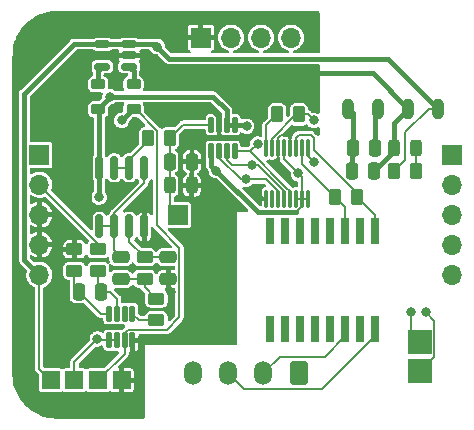
<source format=gbr>
G04 #@! TF.GenerationSoftware,KiCad,Pcbnew,(6.0.7)*
G04 #@! TF.CreationDate,2022-11-19T14:13:10-06:00*
G04 #@! TF.ProjectId,BPS-Amperes,4250532d-416d-4706-9572-65732e6b6963,rev?*
G04 #@! TF.SameCoordinates,Original*
G04 #@! TF.FileFunction,Copper,L1,Top*
G04 #@! TF.FilePolarity,Positive*
%FSLAX46Y46*%
G04 Gerber Fmt 4.6, Leading zero omitted, Abs format (unit mm)*
G04 Created by KiCad (PCBNEW (6.0.7)) date 2022-11-19 14:13:10*
%MOMM*%
%LPD*%
G01*
G04 APERTURE LIST*
G04 Aperture macros list*
%AMRoundRect*
0 Rectangle with rounded corners*
0 $1 Rounding radius*
0 $2 $3 $4 $5 $6 $7 $8 $9 X,Y pos of 4 corners*
0 Add a 4 corners polygon primitive as box body*
4,1,4,$2,$3,$4,$5,$6,$7,$8,$9,$2,$3,0*
0 Add four circle primitives for the rounded corners*
1,1,$1+$1,$2,$3*
1,1,$1+$1,$4,$5*
1,1,$1+$1,$6,$7*
1,1,$1+$1,$8,$9*
0 Add four rect primitives between the rounded corners*
20,1,$1+$1,$2,$3,$4,$5,0*
20,1,$1+$1,$4,$5,$6,$7,0*
20,1,$1+$1,$6,$7,$8,$9,0*
20,1,$1+$1,$8,$9,$2,$3,0*%
G04 Aperture macros list end*
G04 #@! TA.AperFunction,SMDPad,CuDef*
%ADD10RoundRect,0.250000X0.450000X-0.262500X0.450000X0.262500X-0.450000X0.262500X-0.450000X-0.262500X0*%
G04 #@! TD*
G04 #@! TA.AperFunction,SMDPad,CuDef*
%ADD11RoundRect,0.250000X-0.450000X0.262500X-0.450000X-0.262500X0.450000X-0.262500X0.450000X0.262500X0*%
G04 #@! TD*
G04 #@! TA.AperFunction,SMDPad,CuDef*
%ADD12RoundRect,0.218750X-0.381250X0.218750X-0.381250X-0.218750X0.381250X-0.218750X0.381250X0.218750X0*%
G04 #@! TD*
G04 #@! TA.AperFunction,SMDPad,CuDef*
%ADD13RoundRect,0.150000X0.150000X-0.825000X0.150000X0.825000X-0.150000X0.825000X-0.150000X-0.825000X0*%
G04 #@! TD*
G04 #@! TA.AperFunction,SMDPad,CuDef*
%ADD14R,1.500000X1.500000*%
G04 #@! TD*
G04 #@! TA.AperFunction,SMDPad,CuDef*
%ADD15RoundRect,0.250000X0.262500X0.450000X-0.262500X0.450000X-0.262500X-0.450000X0.262500X-0.450000X0*%
G04 #@! TD*
G04 #@! TA.AperFunction,SMDPad,CuDef*
%ADD16R,2.000000X2.000000*%
G04 #@! TD*
G04 #@! TA.AperFunction,SMDPad,CuDef*
%ADD17RoundRect,0.250000X0.250000X0.475000X-0.250000X0.475000X-0.250000X-0.475000X0.250000X-0.475000X0*%
G04 #@! TD*
G04 #@! TA.AperFunction,ComponentPad*
%ADD18RoundRect,0.250001X0.499999X0.759999X-0.499999X0.759999X-0.499999X-0.759999X0.499999X-0.759999X0*%
G04 #@! TD*
G04 #@! TA.AperFunction,ComponentPad*
%ADD19O,1.500000X2.020000*%
G04 #@! TD*
G04 #@! TA.AperFunction,SMDPad,CuDef*
%ADD20RoundRect,0.125000X0.125000X-0.537500X0.125000X0.537500X-0.125000X0.537500X-0.125000X-0.537500X0*%
G04 #@! TD*
G04 #@! TA.AperFunction,ComponentPad*
%ADD21O,1.000000X1.800000*%
G04 #@! TD*
G04 #@! TA.AperFunction,SMDPad,CuDef*
%ADD22RoundRect,0.125000X-0.125000X0.537500X-0.125000X-0.537500X0.125000X-0.537500X0.125000X0.537500X0*%
G04 #@! TD*
G04 #@! TA.AperFunction,SMDPad,CuDef*
%ADD23RoundRect,0.250000X-0.250000X-0.475000X0.250000X-0.475000X0.250000X0.475000X-0.250000X0.475000X0*%
G04 #@! TD*
G04 #@! TA.AperFunction,SMDPad,CuDef*
%ADD24RoundRect,0.250000X0.475000X-0.250000X0.475000X0.250000X-0.475000X0.250000X-0.475000X-0.250000X0*%
G04 #@! TD*
G04 #@! TA.AperFunction,ComponentPad*
%ADD25R,1.700000X1.700000*%
G04 #@! TD*
G04 #@! TA.AperFunction,ComponentPad*
%ADD26O,1.700000X1.700000*%
G04 #@! TD*
G04 #@! TA.AperFunction,SMDPad,CuDef*
%ADD27RoundRect,0.243750X-0.243750X-0.456250X0.243750X-0.456250X0.243750X0.456250X-0.243750X0.456250X0*%
G04 #@! TD*
G04 #@! TA.AperFunction,SMDPad,CuDef*
%ADD28RoundRect,0.075000X0.075000X-0.650000X0.075000X0.650000X-0.075000X0.650000X-0.075000X-0.650000X0*%
G04 #@! TD*
G04 #@! TA.AperFunction,SMDPad,CuDef*
%ADD29R,0.760000X2.200000*%
G04 #@! TD*
G04 #@! TA.AperFunction,SMDPad,CuDef*
%ADD30RoundRect,0.250000X-0.262500X-0.450000X0.262500X-0.450000X0.262500X0.450000X-0.262500X0.450000X0*%
G04 #@! TD*
G04 #@! TA.AperFunction,SMDPad,CuDef*
%ADD31RoundRect,0.150000X0.512500X0.150000X-0.512500X0.150000X-0.512500X-0.150000X0.512500X-0.150000X0*%
G04 #@! TD*
G04 #@! TA.AperFunction,SMDPad,CuDef*
%ADD32RoundRect,0.250000X-0.475000X0.250000X-0.475000X-0.250000X0.475000X-0.250000X0.475000X0.250000X0*%
G04 #@! TD*
G04 #@! TA.AperFunction,ViaPad*
%ADD33C,0.800000*%
G04 #@! TD*
G04 #@! TA.AperFunction,Conductor*
%ADD34C,0.400000*%
G04 #@! TD*
G04 #@! TA.AperFunction,Conductor*
%ADD35C,0.200000*%
G04 #@! TD*
G04 APERTURE END LIST*
D10*
X126432500Y-117912500D03*
X126432500Y-116087500D03*
D11*
X127432500Y-119587500D03*
X127432500Y-121412500D03*
D12*
X125500000Y-101437500D03*
X125500000Y-103562500D03*
D13*
X122595000Y-113475000D03*
X123865000Y-113475000D03*
X125135000Y-113475000D03*
X126405000Y-113475000D03*
X126405000Y-108525000D03*
X125135000Y-108525000D03*
X123865000Y-108525000D03*
X122595000Y-108525000D03*
D14*
X122500000Y-126500000D03*
D15*
X144412500Y-111000000D03*
X142587500Y-111000000D03*
D16*
X149750000Y-125750000D03*
D17*
X145950000Y-106800000D03*
X144050000Y-106800000D03*
D12*
X122500000Y-101437500D03*
X122500000Y-103562500D03*
D10*
X122500000Y-117250000D03*
X122500000Y-115425000D03*
D18*
X139500000Y-125915000D03*
D19*
X136500000Y-125915000D03*
X133500000Y-125915000D03*
X130500000Y-125915000D03*
D15*
X139500000Y-104000000D03*
X137675000Y-104000000D03*
D16*
X149750000Y-123250000D03*
D14*
X124500000Y-126500000D03*
D20*
X123457500Y-123137500D03*
X124107500Y-123137500D03*
X124757500Y-123137500D03*
X125407500Y-123137500D03*
X125407500Y-120862500D03*
X124757500Y-120862500D03*
X124107500Y-120862500D03*
X123457500Y-120862500D03*
D21*
X143690000Y-103500000D03*
X146230000Y-103500000D03*
X148770000Y-103500000D03*
X151310000Y-103500000D03*
D22*
X134050000Y-104862500D03*
X133400000Y-104862500D03*
X132750000Y-104862500D03*
X132100000Y-104862500D03*
X132100000Y-107137500D03*
X132750000Y-107137500D03*
X133400000Y-107137500D03*
X134050000Y-107137500D03*
D23*
X144000000Y-108800000D03*
X145900000Y-108800000D03*
D14*
X120500000Y-126500000D03*
D24*
X124432500Y-117950000D03*
X124432500Y-116050000D03*
D25*
X131200000Y-97500000D03*
D26*
X133740000Y-97500000D03*
X136280000Y-97500000D03*
X138820000Y-97500000D03*
D17*
X122750000Y-119000000D03*
X120850000Y-119000000D03*
D10*
X120500000Y-117250000D03*
X120500000Y-115425000D03*
D27*
X147562500Y-106800000D03*
X149437500Y-106800000D03*
D28*
X136750000Y-111150000D03*
X137250000Y-111150000D03*
X137750000Y-111150000D03*
X138250000Y-111150000D03*
X138750000Y-111150000D03*
X139250000Y-111150000D03*
X139750000Y-111150000D03*
X140250000Y-111150000D03*
X140250000Y-106850000D03*
X139750000Y-106850000D03*
X139250000Y-106850000D03*
X138750000Y-106850000D03*
X138250000Y-106850000D03*
X137750000Y-106850000D03*
X137250000Y-106850000D03*
X136750000Y-106850000D03*
D29*
X145945000Y-113872500D03*
X144675000Y-113872500D03*
X143405000Y-113872500D03*
X142135000Y-113872500D03*
X140865000Y-113872500D03*
X139595000Y-113872500D03*
X138325000Y-113872500D03*
X137055000Y-113872500D03*
X137055000Y-122127500D03*
X138325000Y-122127500D03*
X139595000Y-122127500D03*
X140865000Y-122127500D03*
X142135000Y-122127500D03*
X143405000Y-122127500D03*
X144675000Y-122127500D03*
X145945000Y-122127500D03*
D30*
X147587500Y-108800000D03*
X149412500Y-108800000D03*
D31*
X125137500Y-99950000D03*
X125137500Y-99000000D03*
X125137500Y-98050000D03*
X122862500Y-98050000D03*
X122862500Y-99950000D03*
D25*
X129250000Y-112500000D03*
D14*
X118500000Y-126500000D03*
D30*
X126737500Y-106000000D03*
X128562500Y-106000000D03*
D23*
X128550000Y-108000000D03*
X130450000Y-108000000D03*
D27*
X128562500Y-110000000D03*
X130437500Y-110000000D03*
D32*
X128432500Y-116050000D03*
X128432500Y-117950000D03*
D25*
X117525000Y-107420000D03*
D26*
X117525000Y-109960000D03*
X117525000Y-112500000D03*
X117525000Y-115040000D03*
X117525000Y-117580000D03*
D25*
X152500000Y-107425000D03*
D26*
X152500000Y-109965000D03*
X152500000Y-112505000D03*
X152500000Y-115045000D03*
X152500000Y-117585000D03*
D33*
X149000000Y-120750000D03*
X150250000Y-120750000D03*
X121000000Y-129000000D03*
X121000000Y-96000000D03*
X133500000Y-116500000D03*
X119500000Y-96000000D03*
X125500000Y-129000000D03*
X133500000Y-122500000D03*
X134500000Y-101000000D03*
X133500000Y-119500000D03*
X133500000Y-118000000D03*
X119500000Y-124000000D03*
X116000000Y-126000000D03*
X116000000Y-124500000D03*
X116500000Y-97500000D03*
X133000000Y-111000000D03*
X119500000Y-129000000D03*
X124000000Y-129000000D03*
X116000000Y-123000000D03*
X127500000Y-99750000D03*
X118000000Y-96500000D03*
X138000000Y-101000000D03*
X133500000Y-113500000D03*
X122500000Y-129000000D03*
X131000000Y-103500000D03*
X118000000Y-128500000D03*
X122500000Y-96000000D03*
X138250000Y-109000000D03*
X118500000Y-102500000D03*
X116000000Y-120000000D03*
X124000000Y-96000000D03*
X128650000Y-119000000D03*
X126500000Y-111500000D03*
X133500000Y-121000000D03*
X133500000Y-115000000D03*
X116500000Y-127500000D03*
X121000000Y-111500000D03*
X116000000Y-100500000D03*
X126500000Y-123000000D03*
X116000000Y-121500000D03*
X136000000Y-111000000D03*
X116000000Y-99000000D03*
X124500000Y-106000000D03*
X139450000Y-109000000D03*
X140750000Y-108000000D03*
X132500000Y-108750000D03*
X127500000Y-98250000D03*
X140750000Y-104500000D03*
X135500000Y-108250000D03*
X136000000Y-106500000D03*
X135000000Y-109500000D03*
X122432500Y-123000000D03*
X135075000Y-105000000D03*
X122600000Y-111000000D03*
X123500000Y-102500000D03*
X124500000Y-104500000D03*
D34*
X144050000Y-103860000D02*
X143690000Y-103500000D01*
X144000000Y-106850000D02*
X144050000Y-106800000D01*
X144050000Y-106800000D02*
X144050000Y-103860000D01*
D35*
X149000000Y-120750000D02*
X149000000Y-122500000D01*
X149000000Y-122500000D02*
X149750000Y-123250000D01*
D34*
X144000000Y-108800000D02*
X144000000Y-106850000D01*
D35*
X150977000Y-124523000D02*
X149750000Y-125750000D01*
X150250000Y-120750000D02*
X150977000Y-121477000D01*
X150977000Y-121477000D02*
X150977000Y-124523000D01*
D34*
X145950000Y-106800000D02*
X145950000Y-103780000D01*
X145950000Y-103780000D02*
X146230000Y-103500000D01*
D35*
X138500000Y-105750000D02*
X138750000Y-106000000D01*
X136150000Y-111150000D02*
X136000000Y-111000000D01*
D34*
X125137500Y-99000000D02*
X126750000Y-99000000D01*
X126750000Y-99000000D02*
X127500000Y-99750000D01*
X147562500Y-104707500D02*
X148770000Y-103500000D01*
D35*
X137750000Y-106850000D02*
X137750000Y-106000000D01*
X137750000Y-108500000D02*
X138250000Y-109000000D01*
X136750000Y-111150000D02*
X136150000Y-111150000D01*
D34*
X148770000Y-103500000D02*
X145770000Y-100500000D01*
D35*
X126362500Y-123137500D02*
X126500000Y-123000000D01*
D34*
X132750000Y-104862500D02*
X132750000Y-104210775D01*
X132750000Y-104210775D02*
X132039225Y-103500000D01*
D35*
X137750000Y-106850000D02*
X137750000Y-108500000D01*
X138750000Y-106000000D02*
X138750000Y-106850000D01*
D34*
X147562500Y-107137500D02*
X145900000Y-108800000D01*
X132039225Y-103500000D02*
X131000000Y-103500000D01*
X145770000Y-100500000D02*
X140500000Y-100500000D01*
D35*
X125407500Y-123137500D02*
X126362500Y-123137500D01*
X138000000Y-105750000D02*
X138500000Y-105750000D01*
D34*
X147562500Y-104707500D02*
X147562500Y-106800000D01*
D35*
X137750000Y-106000000D02*
X138000000Y-105750000D01*
D34*
X147562500Y-106800000D02*
X147562500Y-107137500D01*
D35*
X148500000Y-107887500D02*
X147587500Y-108800000D01*
D34*
X147083575Y-99273575D02*
X128523575Y-99273575D01*
X122862500Y-98050000D02*
X125137500Y-98050000D01*
X125137500Y-98050000D02*
X127300000Y-98050000D01*
D35*
X151310000Y-103500000D02*
X150500000Y-103500000D01*
X150500000Y-103500000D02*
X148500000Y-105500000D01*
X148500000Y-105500000D02*
X148500000Y-107887500D01*
D34*
X117525000Y-117580000D02*
X116250000Y-116305000D01*
X116250000Y-102250000D02*
X120450000Y-98050000D01*
D35*
X139750000Y-111150000D02*
X140250000Y-111150000D01*
D34*
X132100000Y-108350000D02*
X132500000Y-108750000D01*
X116250000Y-116305000D02*
X116250000Y-102250000D01*
D35*
X139750000Y-109300000D02*
X139750000Y-111150000D01*
X117525000Y-125525000D02*
X118500000Y-126500000D01*
D34*
X136000000Y-112250000D02*
X132500000Y-108750000D01*
X120450000Y-98050000D02*
X122862500Y-98050000D01*
D35*
X140250000Y-107500000D02*
X140750000Y-108000000D01*
X138250000Y-107800000D02*
X138250000Y-106850000D01*
X139450000Y-109000000D02*
X138250000Y-107800000D01*
D34*
X127300000Y-98050000D02*
X127500000Y-98250000D01*
X151310000Y-103500000D02*
X147083575Y-99273575D01*
D35*
X140250000Y-106850000D02*
X140250000Y-107500000D01*
X117525000Y-117580000D02*
X117525000Y-125525000D01*
D34*
X139250000Y-112250000D02*
X136000000Y-112250000D01*
D35*
X139450000Y-109000000D02*
X139750000Y-109300000D01*
X139750000Y-111750000D02*
X139250000Y-112250000D01*
D34*
X128523575Y-99273575D02*
X127500000Y-98250000D01*
D35*
X139250000Y-111150000D02*
X139750000Y-111150000D01*
X139750000Y-111150000D02*
X139750000Y-111750000D01*
D34*
X132100000Y-107137500D02*
X132100000Y-108350000D01*
D35*
X122500000Y-117250000D02*
X122500000Y-118750000D01*
X124107500Y-119607500D02*
X124107500Y-120862500D01*
X122500000Y-118750000D02*
X122750000Y-119000000D01*
X123500000Y-119000000D02*
X124107500Y-119607500D01*
X122750000Y-119000000D02*
X123500000Y-119000000D01*
X134835000Y-127250000D02*
X141486500Y-127250000D01*
X145945000Y-122791500D02*
X145945000Y-122127500D01*
X141486500Y-127250000D02*
X145945000Y-122791500D01*
X133500000Y-125915000D02*
X134835000Y-127250000D01*
X137915000Y-124500000D02*
X141696500Y-124500000D01*
X136500000Y-125915000D02*
X137915000Y-124500000D01*
X141696500Y-124500000D02*
X143405000Y-122791500D01*
X143405000Y-122791500D02*
X143405000Y-122127500D01*
X143405000Y-111817500D02*
X142587500Y-111000000D01*
X142587500Y-111000000D02*
X139750000Y-108162500D01*
X139750000Y-108162500D02*
X139750000Y-106850000D01*
X143405000Y-113872500D02*
X143405000Y-111817500D01*
X144412500Y-111000000D02*
X144412500Y-110662500D01*
X144412500Y-111000000D02*
X145945000Y-112532500D01*
X144412500Y-110662500D02*
X140750000Y-107000000D01*
X140750000Y-106000000D02*
X140500000Y-105750000D01*
X140750000Y-107000000D02*
X140750000Y-106000000D01*
X139473954Y-105750000D02*
X139250000Y-105973954D01*
X145945000Y-112532500D02*
X145945000Y-113872500D01*
X139250000Y-105973954D02*
X139250000Y-106850000D01*
X140500000Y-105750000D02*
X139473954Y-105750000D01*
X136750000Y-106850000D02*
X136750000Y-104925000D01*
X136750000Y-104925000D02*
X137675000Y-104000000D01*
X140250000Y-104000000D02*
X140750000Y-104500000D01*
X137250000Y-106850000D02*
X137250000Y-106037552D01*
X139500000Y-104000000D02*
X140250000Y-104000000D01*
X139287552Y-104000000D02*
X139500000Y-104000000D01*
X137250000Y-106037552D02*
X139287552Y-104000000D01*
X135500000Y-108250000D02*
X136002092Y-108250000D01*
X136002092Y-108250000D02*
X138250000Y-110497908D01*
X133400000Y-107137500D02*
X133400000Y-107825000D01*
X138250000Y-110497908D02*
X138250000Y-111150000D01*
X135250000Y-108250000D02*
X135500000Y-108250000D01*
X133825000Y-108250000D02*
X135250000Y-108250000D01*
X133400000Y-107825000D02*
X133825000Y-108250000D01*
X138448000Y-110198000D02*
X138450092Y-110198000D01*
X134050000Y-107137500D02*
X135362500Y-107137500D01*
X135362500Y-107137500D02*
X136000000Y-106500000D01*
X135362500Y-107137500D02*
X135387500Y-107137500D01*
X138750000Y-110497908D02*
X138750000Y-111150000D01*
X135387500Y-107137500D02*
X138448000Y-110198000D01*
X138450092Y-110198000D02*
X138750000Y-110497908D01*
X135250000Y-109500000D02*
X136752092Y-109500000D01*
X132750000Y-107137500D02*
X132750000Y-107675000D01*
X136752092Y-109500000D02*
X137750000Y-110497908D01*
X134575000Y-109500000D02*
X135000000Y-109500000D01*
X132750000Y-107675000D02*
X134575000Y-109500000D01*
X135000000Y-109500000D02*
X135250000Y-109500000D01*
X137750000Y-110497908D02*
X137750000Y-111150000D01*
D34*
X123500000Y-102562500D02*
X122500000Y-103562500D01*
X133400000Y-103650000D02*
X133400000Y-104862500D01*
D35*
X120500000Y-124932500D02*
X122432500Y-123000000D01*
D34*
X122600000Y-108530000D02*
X122595000Y-108525000D01*
X133400000Y-104862500D02*
X134050000Y-104862500D01*
D35*
X120500000Y-126500000D02*
X120500000Y-124932500D01*
D34*
X122595000Y-103657500D02*
X122595000Y-108525000D01*
X123500000Y-102500000D02*
X123500000Y-102562500D01*
X134937500Y-104862500D02*
X135075000Y-105000000D01*
D35*
X123457500Y-123137500D02*
X122570000Y-123137500D01*
X124107500Y-123137500D02*
X123457500Y-123137500D01*
D34*
X122500000Y-103562500D02*
X122595000Y-103657500D01*
X134050000Y-104862500D02*
X134937500Y-104862500D01*
X123500000Y-102500000D02*
X132250000Y-102500000D01*
D35*
X122570000Y-123137500D02*
X122432500Y-123000000D01*
D34*
X132250000Y-102500000D02*
X133400000Y-103650000D01*
X122600000Y-111000000D02*
X122600000Y-108530000D01*
D35*
X124757500Y-124242500D02*
X122500000Y-126500000D01*
D34*
X125500000Y-103562500D02*
X125437500Y-103562500D01*
D35*
X125687080Y-103562500D02*
X125500000Y-103562500D01*
X124757500Y-124242500D02*
X124757500Y-123137500D01*
X127500000Y-113400000D02*
X127500000Y-105375420D01*
X127500000Y-105375420D02*
X125687080Y-103562500D01*
X129384500Y-115284500D02*
X127500000Y-113400000D01*
X125002000Y-122248000D02*
X125678303Y-122248000D01*
X125678303Y-122248000D02*
X125680303Y-122250000D01*
X125002000Y-122248000D02*
X124757500Y-122492500D01*
X128300000Y-122250000D02*
X129384500Y-121165500D01*
X129384500Y-121165500D02*
X129384500Y-115284500D01*
D34*
X125437500Y-103562500D02*
X124500000Y-104500000D01*
D35*
X124757500Y-123137500D02*
X124757500Y-122492500D01*
X125680303Y-122250000D02*
X128300000Y-122250000D01*
X126432500Y-116087500D02*
X128395000Y-116087500D01*
X126432500Y-116087500D02*
X125135000Y-114790000D01*
X128395000Y-116087500D02*
X128432500Y-116050000D01*
X125135000Y-114790000D02*
X125135000Y-113475000D01*
X125957500Y-121412500D02*
X127432500Y-121412500D01*
X125407500Y-120862500D02*
X125957500Y-121412500D01*
X123865000Y-112385000D02*
X126405000Y-109845000D01*
X123865000Y-113475000D02*
X123865000Y-112385000D01*
X122595000Y-113475000D02*
X123865000Y-113475000D01*
X126405000Y-109845000D02*
X126405000Y-108525000D01*
X124432500Y-116050000D02*
X123865000Y-115482500D01*
X123865000Y-115482500D02*
X123865000Y-113475000D01*
X126432500Y-117912500D02*
X126432500Y-118587500D01*
X124432500Y-117950000D02*
X126395000Y-117950000D01*
X126395000Y-117950000D02*
X126432500Y-117912500D01*
X126432500Y-118587500D02*
X127432500Y-119587500D01*
X120850000Y-119000000D02*
X122712500Y-120862500D01*
X120850000Y-119000000D02*
X120500000Y-118650000D01*
X122712500Y-120862500D02*
X123457500Y-120862500D01*
X120500000Y-118650000D02*
X120500000Y-117250000D01*
X128550000Y-108000000D02*
X128550000Y-109987500D01*
X128562500Y-110000000D02*
X128562500Y-111812500D01*
X128550000Y-106637500D02*
X128550000Y-108000000D01*
X128562500Y-106000000D02*
X129700000Y-104862500D01*
X128550000Y-109987500D02*
X128562500Y-110000000D01*
X129700000Y-104862500D02*
X132100000Y-104862500D01*
X128562500Y-111812500D02*
X129250000Y-112500000D01*
X123865000Y-108525000D02*
X125135000Y-108525000D01*
X125135000Y-107865000D02*
X126737500Y-106262500D01*
X126737500Y-106262500D02*
X126737500Y-106000000D01*
X125135000Y-108525000D02*
X125135000Y-107865000D01*
X149437500Y-106800000D02*
X149437500Y-108775000D01*
X149437500Y-108775000D02*
X149412500Y-108800000D01*
D34*
X125137500Y-99950000D02*
X125500000Y-100312500D01*
X125500000Y-100312500D02*
X125500000Y-101437500D01*
X122862500Y-99950000D02*
X122500000Y-100312500D01*
X122500000Y-100312500D02*
X122500000Y-101437500D01*
D35*
X122500000Y-115425000D02*
X122500000Y-114935000D01*
X122500000Y-114935000D02*
X117525000Y-109960000D01*
G04 #@! TA.AperFunction,Conductor*
G36*
X141193039Y-95270185D02*
G01*
X141238794Y-95322989D01*
X141250000Y-95374500D01*
X141250000Y-98699075D01*
X141230315Y-98766114D01*
X141177511Y-98811869D01*
X141126000Y-98823075D01*
X139084213Y-98823075D01*
X139017174Y-98803390D01*
X138971419Y-98750586D01*
X138961475Y-98681428D01*
X138990500Y-98617872D01*
X139049278Y-98580098D01*
X139066420Y-98576358D01*
X139072387Y-98575493D01*
X139072389Y-98575493D01*
X139078007Y-98574678D01*
X139083384Y-98572853D01*
X139083387Y-98572852D01*
X139189535Y-98536819D01*
X139269531Y-98509664D01*
X139446001Y-98410837D01*
X139508433Y-98358913D01*
X139597138Y-98285137D01*
X139601505Y-98281505D01*
X139636331Y-98239631D01*
X139727206Y-98130367D01*
X139727207Y-98130366D01*
X139730837Y-98126001D01*
X139744772Y-98101119D01*
X139826886Y-97954491D01*
X139829664Y-97949531D01*
X139868355Y-97835553D01*
X139892852Y-97763387D01*
X139892853Y-97763384D01*
X139894678Y-97758007D01*
X139899265Y-97726369D01*
X139923176Y-97561458D01*
X139923176Y-97561453D01*
X139923700Y-97557842D01*
X139925215Y-97500000D01*
X139906708Y-97298591D01*
X139851807Y-97103926D01*
X139762351Y-96922527D01*
X139641335Y-96760467D01*
X139492812Y-96623174D01*
X139460762Y-96602952D01*
X139326566Y-96518280D01*
X139326564Y-96518279D01*
X139321757Y-96515246D01*
X139133898Y-96440298D01*
X139128317Y-96439188D01*
X139128314Y-96439187D01*
X139038339Y-96421290D01*
X138935526Y-96400839D01*
X138929839Y-96400765D01*
X138929834Y-96400764D01*
X138738975Y-96398266D01*
X138738970Y-96398266D01*
X138733286Y-96398192D01*
X138727682Y-96399155D01*
X138727681Y-96399155D01*
X138539546Y-96431482D01*
X138539543Y-96431483D01*
X138533949Y-96432444D01*
X138512660Y-96440298D01*
X138349521Y-96500483D01*
X138349517Y-96500485D01*
X138344193Y-96502449D01*
X138339310Y-96505354D01*
X138339308Y-96505355D01*
X138240007Y-96564433D01*
X138170371Y-96605862D01*
X138018305Y-96739220D01*
X137893089Y-96898057D01*
X137798914Y-97077053D01*
X137797229Y-97082479D01*
X137797228Y-97082482D01*
X137790744Y-97103365D01*
X137738937Y-97270213D01*
X137715164Y-97471069D01*
X137715535Y-97476731D01*
X137715535Y-97476735D01*
X137720851Y-97557842D01*
X137728392Y-97672894D01*
X137778178Y-97868928D01*
X137862856Y-98052607D01*
X137979588Y-98217780D01*
X138124466Y-98358913D01*
X138292637Y-98471282D01*
X138478470Y-98551122D01*
X138552535Y-98567881D01*
X138597840Y-98578133D01*
X138658882Y-98612127D01*
X138691855Y-98673727D01*
X138686290Y-98743375D01*
X138643954Y-98798958D01*
X138578288Y-98822828D01*
X138570473Y-98823075D01*
X136544213Y-98823075D01*
X136477174Y-98803390D01*
X136431419Y-98750586D01*
X136421475Y-98681428D01*
X136450500Y-98617872D01*
X136509278Y-98580098D01*
X136526420Y-98576358D01*
X136532387Y-98575493D01*
X136532389Y-98575493D01*
X136538007Y-98574678D01*
X136543384Y-98572853D01*
X136543387Y-98572852D01*
X136649535Y-98536819D01*
X136729531Y-98509664D01*
X136906001Y-98410837D01*
X136968433Y-98358913D01*
X137057138Y-98285137D01*
X137061505Y-98281505D01*
X137096331Y-98239631D01*
X137187206Y-98130367D01*
X137187207Y-98130366D01*
X137190837Y-98126001D01*
X137204772Y-98101119D01*
X137286886Y-97954491D01*
X137289664Y-97949531D01*
X137328355Y-97835553D01*
X137352852Y-97763387D01*
X137352853Y-97763384D01*
X137354678Y-97758007D01*
X137359265Y-97726369D01*
X137383176Y-97561458D01*
X137383176Y-97561453D01*
X137383700Y-97557842D01*
X137385215Y-97500000D01*
X137366708Y-97298591D01*
X137311807Y-97103926D01*
X137222351Y-96922527D01*
X137101335Y-96760467D01*
X136952812Y-96623174D01*
X136920762Y-96602952D01*
X136786566Y-96518280D01*
X136786564Y-96518279D01*
X136781757Y-96515246D01*
X136593898Y-96440298D01*
X136588317Y-96439188D01*
X136588314Y-96439187D01*
X136498339Y-96421290D01*
X136395526Y-96400839D01*
X136389839Y-96400765D01*
X136389834Y-96400764D01*
X136198975Y-96398266D01*
X136198970Y-96398266D01*
X136193286Y-96398192D01*
X136187682Y-96399155D01*
X136187681Y-96399155D01*
X135999546Y-96431482D01*
X135999543Y-96431483D01*
X135993949Y-96432444D01*
X135972660Y-96440298D01*
X135809521Y-96500483D01*
X135809517Y-96500485D01*
X135804193Y-96502449D01*
X135799310Y-96505354D01*
X135799308Y-96505355D01*
X135700007Y-96564433D01*
X135630371Y-96605862D01*
X135478305Y-96739220D01*
X135353089Y-96898057D01*
X135258914Y-97077053D01*
X135257229Y-97082479D01*
X135257228Y-97082482D01*
X135250744Y-97103365D01*
X135198937Y-97270213D01*
X135175164Y-97471069D01*
X135175535Y-97476731D01*
X135175535Y-97476735D01*
X135180851Y-97557842D01*
X135188392Y-97672894D01*
X135238178Y-97868928D01*
X135322856Y-98052607D01*
X135439588Y-98217780D01*
X135584466Y-98358913D01*
X135752637Y-98471282D01*
X135938470Y-98551122D01*
X136012535Y-98567881D01*
X136057840Y-98578133D01*
X136118882Y-98612127D01*
X136151855Y-98673727D01*
X136146290Y-98743375D01*
X136103954Y-98798958D01*
X136038288Y-98822828D01*
X136030473Y-98823075D01*
X134004213Y-98823075D01*
X133937174Y-98803390D01*
X133891419Y-98750586D01*
X133881475Y-98681428D01*
X133910500Y-98617872D01*
X133969278Y-98580098D01*
X133986420Y-98576358D01*
X133992387Y-98575493D01*
X133992389Y-98575493D01*
X133998007Y-98574678D01*
X134003384Y-98572853D01*
X134003387Y-98572852D01*
X134109535Y-98536819D01*
X134189531Y-98509664D01*
X134366001Y-98410837D01*
X134428433Y-98358913D01*
X134517138Y-98285137D01*
X134521505Y-98281505D01*
X134556331Y-98239631D01*
X134647206Y-98130367D01*
X134647207Y-98130366D01*
X134650837Y-98126001D01*
X134664772Y-98101119D01*
X134746886Y-97954491D01*
X134749664Y-97949531D01*
X134788355Y-97835553D01*
X134812852Y-97763387D01*
X134812853Y-97763384D01*
X134814678Y-97758007D01*
X134819265Y-97726369D01*
X134843176Y-97561458D01*
X134843176Y-97561453D01*
X134843700Y-97557842D01*
X134845215Y-97500000D01*
X134826708Y-97298591D01*
X134771807Y-97103926D01*
X134682351Y-96922527D01*
X134561335Y-96760467D01*
X134412812Y-96623174D01*
X134380762Y-96602952D01*
X134246566Y-96518280D01*
X134246564Y-96518279D01*
X134241757Y-96515246D01*
X134053898Y-96440298D01*
X134048317Y-96439188D01*
X134048314Y-96439187D01*
X133958339Y-96421290D01*
X133855526Y-96400839D01*
X133849839Y-96400765D01*
X133849834Y-96400764D01*
X133658975Y-96398266D01*
X133658970Y-96398266D01*
X133653286Y-96398192D01*
X133647682Y-96399155D01*
X133647681Y-96399155D01*
X133459546Y-96431482D01*
X133459543Y-96431483D01*
X133453949Y-96432444D01*
X133432660Y-96440298D01*
X133269521Y-96500483D01*
X133269517Y-96500485D01*
X133264193Y-96502449D01*
X133259310Y-96505354D01*
X133259308Y-96505355D01*
X133160007Y-96564433D01*
X133090371Y-96605862D01*
X132938305Y-96739220D01*
X132813089Y-96898057D01*
X132718914Y-97077053D01*
X132717229Y-97082479D01*
X132717228Y-97082482D01*
X132710744Y-97103365D01*
X132658937Y-97270213D01*
X132635164Y-97471069D01*
X132635535Y-97476731D01*
X132635535Y-97476735D01*
X132640851Y-97557842D01*
X132648392Y-97672894D01*
X132698178Y-97868928D01*
X132782856Y-98052607D01*
X132899588Y-98217780D01*
X133044466Y-98358913D01*
X133212637Y-98471282D01*
X133398470Y-98551122D01*
X133472535Y-98567881D01*
X133517840Y-98578133D01*
X133578882Y-98612127D01*
X133611855Y-98673727D01*
X133606290Y-98743375D01*
X133563954Y-98798958D01*
X133498288Y-98822828D01*
X133490473Y-98823075D01*
X132191139Y-98823075D01*
X132124100Y-98803390D01*
X132078345Y-98750586D01*
X132068401Y-98681428D01*
X132097426Y-98617872D01*
X132143688Y-98584513D01*
X132157702Y-98578709D01*
X132220087Y-98537024D01*
X132237024Y-98520087D01*
X132278710Y-98457699D01*
X132287878Y-98435567D01*
X132298810Y-98380604D01*
X132300000Y-98368528D01*
X132300000Y-97717830D01*
X132295596Y-97702831D01*
X132294226Y-97701644D01*
X132286668Y-97700000D01*
X130117830Y-97700000D01*
X130102831Y-97704404D01*
X130101644Y-97705774D01*
X130100000Y-97713332D01*
X130100000Y-98368528D01*
X130101190Y-98380604D01*
X130112122Y-98435567D01*
X130121290Y-98457699D01*
X130162976Y-98520087D01*
X130179913Y-98537024D01*
X130242298Y-98578709D01*
X130256312Y-98584513D01*
X130310716Y-98628354D01*
X130332782Y-98694648D01*
X130315504Y-98762347D01*
X130264367Y-98809958D01*
X130208861Y-98823075D01*
X128761541Y-98823075D01*
X128694502Y-98803390D01*
X128673860Y-98786756D01*
X128188057Y-98300954D01*
X128154572Y-98239631D01*
X128152636Y-98228170D01*
X128151859Y-98221744D01*
X128140273Y-98126001D01*
X128137262Y-98101119D01*
X128137261Y-98101115D01*
X128136363Y-98093694D01*
X128080710Y-97946412D01*
X128052823Y-97905836D01*
X127995768Y-97822821D01*
X127995765Y-97822818D01*
X127991531Y-97816657D01*
X127936444Y-97767576D01*
X127879559Y-97716893D01*
X127879558Y-97716892D01*
X127873976Y-97711919D01*
X127734831Y-97638245D01*
X127582128Y-97599889D01*
X127500329Y-97599461D01*
X127432158Y-97599104D01*
X127432157Y-97599104D01*
X127424684Y-97599065D01*
X127417417Y-97600810D01*
X127409989Y-97601669D01*
X127409771Y-97599784D01*
X127373021Y-97600574D01*
X127371270Y-97600020D01*
X127364663Y-97599500D01*
X127311932Y-97599500D01*
X127307063Y-97599404D01*
X127259273Y-97597526D01*
X127259272Y-97597526D01*
X127250006Y-97597162D01*
X127242922Y-97599040D01*
X127234562Y-97599500D01*
X125963954Y-97599500D01*
X125896915Y-97579815D01*
X125894677Y-97578285D01*
X125888342Y-97571950D01*
X125775304Y-97514354D01*
X125746067Y-97509723D01*
X125686339Y-97500263D01*
X125686334Y-97500263D01*
X125681519Y-97499500D01*
X125676641Y-97499500D01*
X125137110Y-97499501D01*
X124593482Y-97499501D01*
X124520849Y-97511004D01*
X124509331Y-97512828D01*
X124509330Y-97512828D01*
X124499696Y-97514354D01*
X124386658Y-97571950D01*
X124382157Y-97576451D01*
X124318127Y-97599298D01*
X124311046Y-97599500D01*
X123688954Y-97599500D01*
X123621915Y-97579815D01*
X123619677Y-97578285D01*
X123613342Y-97571950D01*
X123500304Y-97514354D01*
X123471067Y-97509723D01*
X123411339Y-97500263D01*
X123411334Y-97500263D01*
X123406519Y-97499500D01*
X123401641Y-97499500D01*
X122862110Y-97499501D01*
X122318482Y-97499501D01*
X122245849Y-97511004D01*
X122234331Y-97512828D01*
X122234330Y-97512828D01*
X122224696Y-97514354D01*
X122111658Y-97571950D01*
X122107157Y-97576451D01*
X122043127Y-97599298D01*
X122036046Y-97599500D01*
X120484103Y-97599500D01*
X120469529Y-97598641D01*
X120444895Y-97595725D01*
X120444892Y-97595725D01*
X120435690Y-97594636D01*
X120406210Y-97600020D01*
X120377978Y-97605176D01*
X120374136Y-97605816D01*
X120340983Y-97610801D01*
X120316038Y-97614551D01*
X120309525Y-97617679D01*
X120302427Y-97618975D01*
X120294201Y-97623248D01*
X120250337Y-97646033D01*
X120246863Y-97647769D01*
X120193921Y-97673191D01*
X120188701Y-97678016D01*
X120188480Y-97678165D01*
X120182212Y-97681421D01*
X120177172Y-97685725D01*
X120139903Y-97722994D01*
X120136393Y-97726369D01*
X120101251Y-97758853D01*
X120101249Y-97758856D01*
X120094444Y-97765146D01*
X120090763Y-97771484D01*
X120085172Y-97777725D01*
X115955564Y-101907333D01*
X115944651Y-101917031D01*
X115917890Y-101938128D01*
X115898010Y-101966893D01*
X115884510Y-101986426D01*
X115882281Y-101989546D01*
X115847366Y-102036816D01*
X115844973Y-102043632D01*
X115840869Y-102049569D01*
X115826509Y-102094973D01*
X115823175Y-102105516D01*
X115821943Y-102109209D01*
X115805552Y-102155884D01*
X115805551Y-102155888D01*
X115802481Y-102164631D01*
X115802202Y-102171735D01*
X115802153Y-102171986D01*
X115800020Y-102178730D01*
X115799500Y-102185337D01*
X115799500Y-102238068D01*
X115799404Y-102242937D01*
X115797162Y-102299994D01*
X115799040Y-102307078D01*
X115799500Y-102315438D01*
X115799500Y-116270897D01*
X115798641Y-116285471D01*
X115794636Y-116319310D01*
X115796302Y-116328431D01*
X115805176Y-116377022D01*
X115805816Y-116380864D01*
X115814551Y-116438962D01*
X115817679Y-116445475D01*
X115818975Y-116452573D01*
X115823248Y-116460799D01*
X115846033Y-116504663D01*
X115847769Y-116508137D01*
X115873191Y-116561079D01*
X115878016Y-116566299D01*
X115878165Y-116566520D01*
X115881421Y-116572788D01*
X115885725Y-116577828D01*
X115922994Y-116615097D01*
X115926369Y-116618607D01*
X115958853Y-116653749D01*
X115958856Y-116653751D01*
X115965146Y-116660556D01*
X115971484Y-116664237D01*
X115977725Y-116669828D01*
X116441737Y-117133840D01*
X116475222Y-117195163D01*
X116472479Y-117258291D01*
X116443937Y-117350213D01*
X116420164Y-117551069D01*
X116420535Y-117556731D01*
X116420535Y-117556735D01*
X116425851Y-117637842D01*
X116433392Y-117752894D01*
X116483178Y-117948928D01*
X116485554Y-117954082D01*
X116518018Y-118024500D01*
X116567856Y-118132607D01*
X116684588Y-118297780D01*
X116829466Y-118438913D01*
X116997637Y-118551282D01*
X117099449Y-118595024D01*
X117153273Y-118639572D01*
X117174500Y-118708953D01*
X117174500Y-125474391D01*
X117172400Y-125494123D01*
X117172206Y-125498243D01*
X117170049Y-125508261D01*
X117171591Y-125521290D01*
X117173640Y-125538601D01*
X117173953Y-125543909D01*
X117174078Y-125543899D01*
X117174500Y-125549004D01*
X117174500Y-125554115D01*
X117177044Y-125569399D01*
X117177400Y-125571539D01*
X117178222Y-125577318D01*
X117178893Y-125582987D01*
X117183764Y-125624138D01*
X117187423Y-125631758D01*
X117188812Y-125640103D01*
X117193676Y-125649118D01*
X117193678Y-125649123D01*
X117211215Y-125681623D01*
X117213845Y-125686784D01*
X117234274Y-125729326D01*
X117237592Y-125733274D01*
X117239498Y-125735180D01*
X117240994Y-125736811D01*
X117241214Y-125737220D01*
X117241175Y-125737256D01*
X117241326Y-125737428D01*
X117244222Y-125742794D01*
X117251744Y-125749747D01*
X117280676Y-125776492D01*
X117284185Y-125779867D01*
X117463181Y-125958863D01*
X117496666Y-126020186D01*
X117499500Y-126046544D01*
X117499500Y-127274674D01*
X117514034Y-127347740D01*
X117569399Y-127430601D01*
X117579552Y-127437385D01*
X117611558Y-127458770D01*
X117652260Y-127485966D01*
X117685369Y-127492552D01*
X117719347Y-127499311D01*
X117719350Y-127499311D01*
X117725326Y-127500500D01*
X119274674Y-127500500D01*
X119280650Y-127499311D01*
X119280653Y-127499311D01*
X119314631Y-127492552D01*
X119347740Y-127485966D01*
X119430601Y-127430601D01*
X119433015Y-127434213D01*
X119473642Y-127412029D01*
X119543334Y-127417013D01*
X119567920Y-127432814D01*
X119569399Y-127430601D01*
X119652260Y-127485966D01*
X119685369Y-127492552D01*
X119719347Y-127499311D01*
X119719350Y-127499311D01*
X119725326Y-127500500D01*
X121274674Y-127500500D01*
X121280650Y-127499311D01*
X121280653Y-127499311D01*
X121314631Y-127492552D01*
X121347740Y-127485966D01*
X121430601Y-127430601D01*
X121433015Y-127434213D01*
X121473642Y-127412029D01*
X121543334Y-127417013D01*
X121567920Y-127432814D01*
X121569399Y-127430601D01*
X121652260Y-127485966D01*
X121685369Y-127492552D01*
X121719347Y-127499311D01*
X121719350Y-127499311D01*
X121725326Y-127500500D01*
X123274674Y-127500500D01*
X123280650Y-127499311D01*
X123280653Y-127499311D01*
X123314631Y-127492552D01*
X123347740Y-127485966D01*
X123430601Y-127430601D01*
X123432934Y-127434093D01*
X123474003Y-127411668D01*
X123543695Y-127416652D01*
X123568281Y-127432453D01*
X123569760Y-127430240D01*
X123642301Y-127478710D01*
X123664433Y-127487878D01*
X123719396Y-127498810D01*
X123731472Y-127500000D01*
X124282170Y-127500000D01*
X124297169Y-127495596D01*
X124298356Y-127494226D01*
X124300000Y-127486668D01*
X124300000Y-127482170D01*
X124700000Y-127482170D01*
X124704404Y-127497169D01*
X124705774Y-127498356D01*
X124713332Y-127500000D01*
X125268528Y-127500000D01*
X125280604Y-127498810D01*
X125335567Y-127487878D01*
X125357699Y-127478710D01*
X125420087Y-127437024D01*
X125437024Y-127420087D01*
X125478710Y-127357699D01*
X125487878Y-127335567D01*
X125498810Y-127280604D01*
X125500000Y-127268528D01*
X125500000Y-126717830D01*
X125495596Y-126702831D01*
X125494226Y-126701644D01*
X125486668Y-126700000D01*
X124717830Y-126700000D01*
X124702831Y-126704404D01*
X124701644Y-126705774D01*
X124700000Y-126713332D01*
X124700000Y-127482170D01*
X124300000Y-127482170D01*
X124300000Y-126282170D01*
X124700000Y-126282170D01*
X124704404Y-126297169D01*
X124705774Y-126298356D01*
X124713332Y-126300000D01*
X125482170Y-126300000D01*
X125497169Y-126295596D01*
X125498356Y-126294226D01*
X125500000Y-126286668D01*
X125500000Y-125731472D01*
X125498810Y-125719396D01*
X125487878Y-125664433D01*
X125478710Y-125642301D01*
X125437024Y-125579913D01*
X125420087Y-125562976D01*
X125357699Y-125521290D01*
X125335567Y-125512122D01*
X125280604Y-125501190D01*
X125268528Y-125500000D01*
X124717830Y-125500000D01*
X124702831Y-125504404D01*
X124701644Y-125505774D01*
X124700000Y-125513332D01*
X124700000Y-126282170D01*
X124300000Y-126282170D01*
X124300000Y-125517830D01*
X124295596Y-125502831D01*
X124294226Y-125501644D01*
X124273641Y-125497166D01*
X124274347Y-125493923D01*
X124228005Y-125480315D01*
X124182250Y-125427511D01*
X124172306Y-125358353D01*
X124201331Y-125294797D01*
X124207363Y-125288319D01*
X124969551Y-124526131D01*
X124985000Y-124513654D01*
X124988048Y-124510881D01*
X124996652Y-124505325D01*
X125015573Y-124481324D01*
X125019099Y-124477356D01*
X125019003Y-124477275D01*
X125022309Y-124473373D01*
X125025928Y-124469754D01*
X125036196Y-124455386D01*
X125039679Y-124450745D01*
X125068892Y-124413689D01*
X125071693Y-124405713D01*
X125076611Y-124398831D01*
X125090122Y-124353654D01*
X125091927Y-124348097D01*
X125104971Y-124310953D01*
X125104971Y-124310951D01*
X125107555Y-124303594D01*
X125108000Y-124298456D01*
X125108000Y-124295774D01*
X125108096Y-124293550D01*
X125108227Y-124293112D01*
X125108281Y-124293114D01*
X125108296Y-124292883D01*
X125110044Y-124287036D01*
X125109068Y-124262181D01*
X125108096Y-124237455D01*
X125108000Y-124232587D01*
X125108000Y-124160938D01*
X125127685Y-124093899D01*
X125180489Y-124048144D01*
X125202882Y-124041594D01*
X125203049Y-124041450D01*
X125207496Y-124026362D01*
X125607500Y-124026362D01*
X125611391Y-124039612D01*
X125625243Y-124041580D01*
X125632216Y-124040553D01*
X125650400Y-124034903D01*
X125744616Y-123988645D01*
X125761054Y-123976876D01*
X125834772Y-123903031D01*
X125846517Y-123886565D01*
X125892612Y-123792263D01*
X125898230Y-123774088D01*
X125906851Y-123714993D01*
X125907500Y-123706045D01*
X125907500Y-123355330D01*
X125903096Y-123340331D01*
X125901726Y-123339144D01*
X125894168Y-123337500D01*
X125625330Y-123337500D01*
X125610331Y-123341904D01*
X125609144Y-123343274D01*
X125607500Y-123350832D01*
X125607500Y-124026362D01*
X125207496Y-124026362D01*
X125207500Y-124026348D01*
X125207500Y-123893919D01*
X125220097Y-123839464D01*
X125243099Y-123792407D01*
X125243099Y-123792405D01*
X125247326Y-123783759D01*
X125258000Y-123710590D01*
X125258000Y-123061500D01*
X125277685Y-122994461D01*
X125330489Y-122948706D01*
X125382000Y-122937500D01*
X125889670Y-122937500D01*
X125904669Y-122933096D01*
X125905856Y-122931726D01*
X125907500Y-122924168D01*
X125907500Y-122724500D01*
X125927185Y-122657461D01*
X125979989Y-122611706D01*
X126031500Y-122600500D01*
X128249391Y-122600500D01*
X128269123Y-122602600D01*
X128273243Y-122602794D01*
X128283261Y-122604951D01*
X128313601Y-122601360D01*
X128318909Y-122601047D01*
X128318899Y-122600922D01*
X128324004Y-122600500D01*
X128329115Y-122600500D01*
X128346539Y-122597600D01*
X128352318Y-122596778D01*
X128388960Y-122592441D01*
X128388962Y-122592440D01*
X128399138Y-122591236D01*
X128406758Y-122587577D01*
X128415103Y-122586188D01*
X128424118Y-122581324D01*
X128424123Y-122581322D01*
X128456623Y-122563785D01*
X128461784Y-122561155D01*
X128504326Y-122540726D01*
X128508274Y-122537408D01*
X128510180Y-122535502D01*
X128511811Y-122534006D01*
X128512220Y-122533786D01*
X128512256Y-122533825D01*
X128512428Y-122533674D01*
X128517794Y-122530778D01*
X128551492Y-122494324D01*
X128554867Y-122490815D01*
X129596551Y-121449131D01*
X129612000Y-121436654D01*
X129615048Y-121433881D01*
X129623652Y-121428325D01*
X129642573Y-121404324D01*
X129646100Y-121400355D01*
X129646004Y-121400274D01*
X129649310Y-121396372D01*
X129652929Y-121392753D01*
X129663197Y-121378385D01*
X129666698Y-121373721D01*
X129689546Y-121344739D01*
X129689546Y-121344738D01*
X129695892Y-121336689D01*
X129698694Y-121328711D01*
X129703611Y-121321830D01*
X129717120Y-121276658D01*
X129718926Y-121271101D01*
X129731971Y-121233956D01*
X129731973Y-121233946D01*
X129734555Y-121226594D01*
X129735000Y-121221456D01*
X129735000Y-121218774D01*
X129735096Y-121216550D01*
X129735227Y-121216112D01*
X129735281Y-121216114D01*
X129735296Y-121215883D01*
X129737044Y-121210036D01*
X129735780Y-121177850D01*
X129735096Y-121160455D01*
X129735000Y-121155587D01*
X129735000Y-115335109D01*
X129737100Y-115315377D01*
X129737294Y-115311257D01*
X129739451Y-115301239D01*
X129735860Y-115270899D01*
X129735547Y-115265591D01*
X129735422Y-115265601D01*
X129735000Y-115260495D01*
X129735000Y-115255385D01*
X129732101Y-115237967D01*
X129731279Y-115232196D01*
X129730428Y-115225000D01*
X129725736Y-115185361D01*
X129722077Y-115177740D01*
X129720688Y-115169397D01*
X129698286Y-115127879D01*
X129695648Y-115122702D01*
X129690428Y-115111831D01*
X129675226Y-115080173D01*
X129671907Y-115076226D01*
X129670020Y-115074339D01*
X129668506Y-115072689D01*
X129668293Y-115072294D01*
X129668335Y-115072255D01*
X129668173Y-115072071D01*
X129665278Y-115066706D01*
X129628811Y-115032996D01*
X129625302Y-115029621D01*
X128407863Y-113812181D01*
X128374378Y-113750858D01*
X128379362Y-113681166D01*
X128421234Y-113625233D01*
X128486698Y-113600816D01*
X128495544Y-113600500D01*
X130124674Y-113600500D01*
X130130650Y-113599311D01*
X130130653Y-113599311D01*
X130163687Y-113592740D01*
X130197740Y-113585966D01*
X130280601Y-113530601D01*
X130335966Y-113447740D01*
X130348792Y-113383261D01*
X130349311Y-113380653D01*
X130349311Y-113380650D01*
X130350500Y-113374674D01*
X130350500Y-111625326D01*
X130335966Y-111552260D01*
X130280601Y-111469399D01*
X130197740Y-111414034D01*
X130163687Y-111407260D01*
X130130653Y-111400689D01*
X130130650Y-111400689D01*
X130124674Y-111399500D01*
X129037000Y-111399500D01*
X128969961Y-111379815D01*
X128924206Y-111327011D01*
X128913000Y-111275500D01*
X128913000Y-111030053D01*
X128932685Y-110963014D01*
X128985489Y-110917259D01*
X128993472Y-110913944D01*
X129046041Y-110894237D01*
X129112466Y-110844454D01*
X129152266Y-110814626D01*
X129159331Y-110809331D01*
X129164897Y-110801905D01*
X129238942Y-110703106D01*
X129244237Y-110696041D01*
X129290430Y-110572821D01*
X129291205Y-110570755D01*
X129291206Y-110570751D01*
X129293934Y-110563474D01*
X129300500Y-110503032D01*
X129300500Y-110499624D01*
X129700001Y-110499624D01*
X129700364Y-110506329D01*
X129705719Y-110555636D01*
X129709289Y-110570647D01*
X129753105Y-110687526D01*
X129761504Y-110702868D01*
X129835728Y-110801905D01*
X129848095Y-110814272D01*
X129947132Y-110888496D01*
X129962474Y-110896895D01*
X130079350Y-110940710D01*
X130094366Y-110944281D01*
X130143674Y-110949637D01*
X130150374Y-110950000D01*
X130219670Y-110950000D01*
X130234669Y-110945596D01*
X130235856Y-110944226D01*
X130237500Y-110936668D01*
X130237500Y-110932169D01*
X130637500Y-110932169D01*
X130641904Y-110947168D01*
X130643274Y-110948355D01*
X130650832Y-110949999D01*
X130724624Y-110949999D01*
X130731329Y-110949636D01*
X130780636Y-110944281D01*
X130795647Y-110940711D01*
X130912526Y-110896895D01*
X130927868Y-110888496D01*
X131026905Y-110814272D01*
X131039272Y-110801905D01*
X131113496Y-110702868D01*
X131121895Y-110687526D01*
X131165710Y-110570650D01*
X131169281Y-110555634D01*
X131174637Y-110506326D01*
X131175000Y-110499626D01*
X131175000Y-110217830D01*
X131170596Y-110202831D01*
X131169226Y-110201644D01*
X131161668Y-110200000D01*
X130655330Y-110200000D01*
X130640331Y-110204404D01*
X130639144Y-110205774D01*
X130637500Y-110213332D01*
X130637500Y-110932169D01*
X130237500Y-110932169D01*
X130237500Y-110217830D01*
X130233096Y-110202831D01*
X130231726Y-110201644D01*
X130224168Y-110200000D01*
X129717831Y-110200000D01*
X129702832Y-110204404D01*
X129701645Y-110205774D01*
X129700001Y-110213332D01*
X129700001Y-110499624D01*
X129300500Y-110499624D01*
X129300500Y-109782170D01*
X129700000Y-109782170D01*
X129704404Y-109797169D01*
X129705774Y-109798356D01*
X129713332Y-109800000D01*
X130219670Y-109800000D01*
X130234669Y-109795596D01*
X130235856Y-109794226D01*
X130237500Y-109786668D01*
X130237500Y-109782170D01*
X130637500Y-109782170D01*
X130641904Y-109797169D01*
X130643274Y-109798356D01*
X130650832Y-109800000D01*
X131157169Y-109800000D01*
X131172168Y-109795596D01*
X131173355Y-109794226D01*
X131174999Y-109786668D01*
X131174999Y-109500376D01*
X131174636Y-109493671D01*
X131169281Y-109444364D01*
X131165711Y-109429353D01*
X131121895Y-109312474D01*
X131113496Y-109297132D01*
X131039272Y-109198095D01*
X131026906Y-109185729D01*
X130937958Y-109119067D01*
X130896117Y-109063111D01*
X130891171Y-108993416D01*
X130924690Y-108932112D01*
X130942882Y-108918484D01*
X130942581Y-108918083D01*
X131050124Y-108837484D01*
X131062484Y-108825124D01*
X131137788Y-108724646D01*
X131146183Y-108709311D01*
X131190629Y-108590753D01*
X131194197Y-108575744D01*
X131199637Y-108525669D01*
X131200000Y-108518972D01*
X131200000Y-108217830D01*
X131195596Y-108202831D01*
X131194226Y-108201644D01*
X131186668Y-108200000D01*
X130667830Y-108200000D01*
X130652831Y-108204404D01*
X130651644Y-108205774D01*
X130650000Y-108213332D01*
X130650000Y-108975000D01*
X130649801Y-108975000D01*
X130649802Y-109026361D01*
X130642722Y-109039328D01*
X130637500Y-109063332D01*
X130637500Y-109782170D01*
X130237500Y-109782170D01*
X130237500Y-109050001D01*
X130237699Y-109050001D01*
X130237699Y-108998637D01*
X130244778Y-108985672D01*
X130250000Y-108961668D01*
X130250000Y-108217830D01*
X130245596Y-108202831D01*
X130244226Y-108201644D01*
X130236668Y-108200000D01*
X129717830Y-108200000D01*
X129702831Y-108204404D01*
X129701644Y-108205774D01*
X129700000Y-108213332D01*
X129700000Y-108518972D01*
X129700363Y-108525669D01*
X129705803Y-108575744D01*
X129709371Y-108590753D01*
X129753817Y-108709311D01*
X129762212Y-108724646D01*
X129837516Y-108825124D01*
X129849879Y-108837487D01*
X129948919Y-108911713D01*
X129990760Y-108967670D01*
X129995706Y-109037364D01*
X129962187Y-109098669D01*
X129948919Y-109110165D01*
X129848095Y-109185728D01*
X129835728Y-109198095D01*
X129761504Y-109297132D01*
X129753105Y-109312474D01*
X129709290Y-109429350D01*
X129705719Y-109444366D01*
X129700363Y-109493674D01*
X129700000Y-109500374D01*
X129700000Y-109782170D01*
X129300500Y-109782170D01*
X129300500Y-109496968D01*
X129293934Y-109436526D01*
X129291206Y-109429249D01*
X129291205Y-109429245D01*
X129247337Y-109312229D01*
X129244237Y-109303959D01*
X129178770Y-109216606D01*
X129164626Y-109197734D01*
X129159331Y-109190669D01*
X129152266Y-109185374D01*
X129051915Y-109110165D01*
X129010075Y-109054208D01*
X129005129Y-108984513D01*
X129038649Y-108923209D01*
X129051915Y-108911714D01*
X129150477Y-108837845D01*
X129150481Y-108837841D01*
X129157546Y-108832546D01*
X129185752Y-108794911D01*
X129238230Y-108724891D01*
X129238231Y-108724889D01*
X129243526Y-108717824D01*
X129247035Y-108708465D01*
X129264880Y-108660860D01*
X129293851Y-108583580D01*
X129300500Y-108522377D01*
X129300499Y-107782170D01*
X129700000Y-107782170D01*
X129704404Y-107797169D01*
X129705774Y-107798356D01*
X129713332Y-107800000D01*
X130232170Y-107800000D01*
X130247169Y-107795596D01*
X130248356Y-107794226D01*
X130250000Y-107786668D01*
X130250000Y-107782170D01*
X130650000Y-107782170D01*
X130654404Y-107797169D01*
X130655774Y-107798356D01*
X130663332Y-107800000D01*
X131182170Y-107800000D01*
X131197169Y-107795596D01*
X131198356Y-107794226D01*
X131200000Y-107786668D01*
X131200000Y-107481028D01*
X131199637Y-107474331D01*
X131194197Y-107424256D01*
X131190629Y-107409247D01*
X131146183Y-107290689D01*
X131137788Y-107275354D01*
X131062484Y-107174876D01*
X131050124Y-107162516D01*
X130949646Y-107087212D01*
X130934311Y-107078817D01*
X130815753Y-107034371D01*
X130800744Y-107030803D01*
X130750669Y-107025363D01*
X130743972Y-107025000D01*
X130667830Y-107025000D01*
X130652831Y-107029404D01*
X130651644Y-107030774D01*
X130650000Y-107038332D01*
X130650000Y-107782170D01*
X130250000Y-107782170D01*
X130250000Y-107042830D01*
X130245596Y-107027831D01*
X130244226Y-107026644D01*
X130236668Y-107025000D01*
X130156028Y-107025000D01*
X130149331Y-107025363D01*
X130099256Y-107030803D01*
X130084247Y-107034371D01*
X129965689Y-107078817D01*
X129950354Y-107087212D01*
X129849876Y-107162516D01*
X129837516Y-107174876D01*
X129762212Y-107275354D01*
X129753817Y-107290689D01*
X129709371Y-107409247D01*
X129705803Y-107424256D01*
X129700363Y-107474331D01*
X129700000Y-107481028D01*
X129700000Y-107782170D01*
X129300499Y-107782170D01*
X129300499Y-107477624D01*
X129293851Y-107416420D01*
X129255016Y-107312827D01*
X129246626Y-107290445D01*
X129246626Y-107290444D01*
X129243526Y-107282176D01*
X129157546Y-107167454D01*
X129061476Y-107095453D01*
X129019636Y-107039496D01*
X129014691Y-106969801D01*
X129048210Y-106908497D01*
X129067959Y-106893706D01*
X129067824Y-106893526D01*
X129175481Y-106812841D01*
X129182546Y-106807546D01*
X129187841Y-106800481D01*
X129263230Y-106699891D01*
X129263231Y-106699889D01*
X129268526Y-106692824D01*
X129318851Y-106558580D01*
X129325500Y-106497377D01*
X129325499Y-105784044D01*
X129345183Y-105717005D01*
X129361818Y-105696363D01*
X129808862Y-105249319D01*
X129870185Y-105215834D01*
X129896543Y-105213000D01*
X131475500Y-105213000D01*
X131542539Y-105232685D01*
X131588294Y-105285489D01*
X131599500Y-105337000D01*
X131599500Y-105435590D01*
X131604242Y-105467803D01*
X131605832Y-105478600D01*
X131610365Y-105509396D01*
X131614613Y-105518048D01*
X131660941Y-105612409D01*
X131660943Y-105612411D01*
X131665459Y-105621610D01*
X131693230Y-105649332D01*
X131746277Y-105702286D01*
X131753931Y-105709927D01*
X131866241Y-105764826D01*
X131907779Y-105770886D01*
X131934959Y-105774851D01*
X131934963Y-105774851D01*
X131939410Y-105775500D01*
X132260590Y-105775500D01*
X132295012Y-105770433D01*
X132324860Y-105766039D01*
X132324861Y-105766039D01*
X132334396Y-105764635D01*
X132343049Y-105760387D01*
X132343051Y-105760386D01*
X132370964Y-105746682D01*
X132439817Y-105734806D01*
X132480067Y-105746587D01*
X132507743Y-105760115D01*
X132525905Y-105765729D01*
X132532359Y-105766670D01*
X132546056Y-105764730D01*
X132550000Y-105751348D01*
X132550000Y-105618919D01*
X132562597Y-105564464D01*
X132585599Y-105517407D01*
X132585599Y-105517405D01*
X132589826Y-105508759D01*
X132597537Y-105455901D01*
X132599851Y-105440041D01*
X132599851Y-105440037D01*
X132600500Y-105435590D01*
X132600500Y-104289410D01*
X132589635Y-104215604D01*
X132573968Y-104183693D01*
X132562692Y-104160727D01*
X132550000Y-104106078D01*
X132550000Y-103973638D01*
X132546109Y-103960388D01*
X132532257Y-103958420D01*
X132525284Y-103959447D01*
X132507098Y-103965098D01*
X132480176Y-103978316D01*
X132411323Y-103990193D01*
X132371070Y-103978412D01*
X132333759Y-103960174D01*
X132292221Y-103954114D01*
X132265041Y-103950149D01*
X132265037Y-103950149D01*
X132260590Y-103949500D01*
X131939410Y-103949500D01*
X131904988Y-103954567D01*
X131875140Y-103958961D01*
X131875139Y-103958961D01*
X131865604Y-103960365D01*
X131856951Y-103964613D01*
X131856952Y-103964613D01*
X131762591Y-104010941D01*
X131762589Y-104010943D01*
X131753390Y-104015459D01*
X131746148Y-104022714D01*
X131677794Y-104091188D01*
X131665073Y-104103931D01*
X131610174Y-104216241D01*
X131599500Y-104289410D01*
X131599500Y-104388000D01*
X131579815Y-104455039D01*
X131527011Y-104500794D01*
X131475500Y-104512000D01*
X129750609Y-104512000D01*
X129730877Y-104509900D01*
X129726757Y-104509706D01*
X129716739Y-104507549D01*
X129686849Y-104511087D01*
X129686399Y-104511140D01*
X129681091Y-104511453D01*
X129681101Y-104511578D01*
X129675996Y-104512000D01*
X129670885Y-104512000D01*
X129660533Y-104513723D01*
X129653461Y-104514900D01*
X129647682Y-104515722D01*
X129611040Y-104520059D01*
X129611038Y-104520060D01*
X129600862Y-104521264D01*
X129593242Y-104524923D01*
X129584897Y-104526312D01*
X129575882Y-104531176D01*
X129575877Y-104531178D01*
X129543377Y-104548715D01*
X129538216Y-104551345D01*
X129495674Y-104571774D01*
X129491726Y-104575092D01*
X129489820Y-104576998D01*
X129488189Y-104578494D01*
X129487780Y-104578714D01*
X129487744Y-104578675D01*
X129487572Y-104578826D01*
X129482206Y-104581722D01*
X129475253Y-104589244D01*
X129448508Y-104618176D01*
X129445133Y-104621685D01*
X129044033Y-105022785D01*
X128982710Y-105056270D01*
X128933618Y-105055799D01*
X128933580Y-105056149D01*
X128872377Y-105049500D01*
X128562547Y-105049500D01*
X128252624Y-105049501D01*
X128191420Y-105056149D01*
X128057176Y-105106474D01*
X128050110Y-105111770D01*
X128050104Y-105111773D01*
X127954084Y-105183737D01*
X127888633Y-105208191D01*
X127820352Y-105193378D01*
X127788528Y-105168479D01*
X127787408Y-105167146D01*
X127785510Y-105165248D01*
X127784006Y-105163608D01*
X127783788Y-105163204D01*
X127783828Y-105163167D01*
X127783673Y-105162991D01*
X127780778Y-105157626D01*
X127744324Y-105123928D01*
X127740815Y-105120553D01*
X126386819Y-103766557D01*
X126353334Y-103705234D01*
X126350500Y-103678876D01*
X126350499Y-103302699D01*
X126350499Y-103299336D01*
X126344266Y-103241949D01*
X126297810Y-103118027D01*
X126292709Y-103048344D01*
X126326092Y-102986965D01*
X126387359Y-102953378D01*
X126413919Y-102950500D01*
X132012035Y-102950500D01*
X132079074Y-102970185D01*
X132099716Y-102986819D01*
X132913181Y-103800284D01*
X132946666Y-103861607D01*
X132949500Y-103887965D01*
X132949500Y-104107104D01*
X132936903Y-104161560D01*
X132910174Y-104216241D01*
X132899500Y-104289410D01*
X132899500Y-105435590D01*
X132904242Y-105467803D01*
X132905832Y-105478600D01*
X132910365Y-105509396D01*
X132914613Y-105518048D01*
X132937308Y-105564273D01*
X132950000Y-105618922D01*
X132950000Y-105751362D01*
X132953891Y-105764612D01*
X132967743Y-105766580D01*
X132974716Y-105765553D01*
X132992902Y-105759902D01*
X133019824Y-105746684D01*
X133088677Y-105734807D01*
X133128928Y-105746587D01*
X133166241Y-105764826D01*
X133207779Y-105770886D01*
X133234959Y-105774851D01*
X133234963Y-105774851D01*
X133239410Y-105775500D01*
X133560590Y-105775500D01*
X133634396Y-105764635D01*
X133643045Y-105760389D01*
X133643050Y-105760387D01*
X133670393Y-105746962D01*
X133739246Y-105735085D01*
X133779498Y-105746866D01*
X133807593Y-105760599D01*
X133807595Y-105760600D01*
X133816241Y-105764826D01*
X133857779Y-105770886D01*
X133884959Y-105774851D01*
X133884963Y-105774851D01*
X133889410Y-105775500D01*
X134210590Y-105775500D01*
X134245012Y-105770433D01*
X134274860Y-105766039D01*
X134274861Y-105766039D01*
X134284396Y-105764635D01*
X134320579Y-105746870D01*
X134387409Y-105714059D01*
X134387411Y-105714057D01*
X134396610Y-105709541D01*
X134454362Y-105651688D01*
X134477686Y-105628323D01*
X134477687Y-105628322D01*
X134484927Y-105621069D01*
X134506978Y-105575958D01*
X134554104Y-105524374D01*
X134621637Y-105506457D01*
X134690097Y-105529301D01*
X134695410Y-105534135D01*
X134701980Y-105537702D01*
X134701984Y-105537705D01*
X134827208Y-105605696D01*
X134833776Y-105609262D01*
X134936031Y-105636088D01*
X134978841Y-105647319D01*
X134978843Y-105647319D01*
X134986069Y-105649215D01*
X135063127Y-105650425D01*
X135136025Y-105651571D01*
X135136028Y-105651571D01*
X135143495Y-105651688D01*
X135150776Y-105650020D01*
X135150780Y-105650020D01*
X135289681Y-105618207D01*
X135296968Y-105616538D01*
X135437625Y-105545795D01*
X135443306Y-105540943D01*
X135443309Y-105540941D01*
X135551666Y-105448395D01*
X135551667Y-105448394D01*
X135557348Y-105443542D01*
X135568393Y-105428172D01*
X135633906Y-105337000D01*
X135649224Y-105315683D01*
X135707950Y-105169598D01*
X135710516Y-105151571D01*
X135729562Y-105017744D01*
X135729562Y-105017740D01*
X135730134Y-105013723D01*
X135730278Y-105000000D01*
X135723153Y-104941123D01*
X135712262Y-104851119D01*
X135712261Y-104851115D01*
X135711363Y-104843694D01*
X135697704Y-104807546D01*
X135658354Y-104703408D01*
X135658352Y-104703405D01*
X135655710Y-104696412D01*
X135648675Y-104686176D01*
X135570768Y-104572821D01*
X135570765Y-104572818D01*
X135566531Y-104566657D01*
X135491717Y-104500000D01*
X135454559Y-104466893D01*
X135454558Y-104466892D01*
X135448976Y-104461919D01*
X135309831Y-104388245D01*
X135157128Y-104349889D01*
X135075329Y-104349461D01*
X135007158Y-104349104D01*
X135007157Y-104349104D01*
X134999684Y-104349065D01*
X134992421Y-104350809D01*
X134992418Y-104350809D01*
X134923136Y-104367442D01*
X134846588Y-104385820D01*
X134839949Y-104389247D01*
X134839948Y-104389247D01*
X134822623Y-104398189D01*
X134765751Y-104412000D01*
X134674397Y-104412000D01*
X134607358Y-104392315D01*
X134561603Y-104339511D01*
X134550728Y-104297055D01*
X134550500Y-104293941D01*
X134550500Y-104289410D01*
X134549840Y-104284926D01*
X134541039Y-104225140D01*
X134541039Y-104225139D01*
X134539635Y-104215604D01*
X134524231Y-104184229D01*
X134489059Y-104112591D01*
X134489057Y-104112589D01*
X134484541Y-104103390D01*
X134435573Y-104054508D01*
X134403323Y-104022314D01*
X134403322Y-104022313D01*
X134396069Y-104015073D01*
X134283759Y-103960174D01*
X134242221Y-103954114D01*
X134215041Y-103950149D01*
X134215037Y-103950149D01*
X134210590Y-103949500D01*
X133974500Y-103949500D01*
X133907461Y-103929815D01*
X133861706Y-103877011D01*
X133850500Y-103825500D01*
X133850500Y-103684103D01*
X133851359Y-103669529D01*
X133854275Y-103644893D01*
X133854275Y-103644892D01*
X133855364Y-103635690D01*
X133853699Y-103626574D01*
X133853699Y-103626567D01*
X133844818Y-103577938D01*
X133844178Y-103574097D01*
X133836827Y-103525202D01*
X133836827Y-103525201D01*
X133835449Y-103516038D01*
X133832323Y-103509528D01*
X133831026Y-103502427D01*
X133824704Y-103490256D01*
X133803961Y-103450322D01*
X133802221Y-103446840D01*
X133780822Y-103402277D01*
X133780821Y-103402275D01*
X133776809Y-103393921D01*
X133771984Y-103388702D01*
X133771839Y-103388487D01*
X133768580Y-103382212D01*
X133764276Y-103377172D01*
X133726995Y-103339891D01*
X133723620Y-103336381D01*
X133696623Y-103307176D01*
X133684854Y-103294444D01*
X133678519Y-103290765D01*
X133672282Y-103285178D01*
X132592666Y-102205563D01*
X132582968Y-102194650D01*
X132567611Y-102175169D01*
X132567608Y-102175167D01*
X132561872Y-102167890D01*
X132513554Y-102134495D01*
X132510454Y-102132281D01*
X132463184Y-102097366D01*
X132456368Y-102094973D01*
X132450431Y-102090869D01*
X132394481Y-102073174D01*
X132390791Y-102071943D01*
X132344116Y-102055552D01*
X132344112Y-102055551D01*
X132335369Y-102052481D01*
X132328265Y-102052202D01*
X132328014Y-102052153D01*
X132321270Y-102050020D01*
X132314663Y-102049500D01*
X132261932Y-102049500D01*
X132257063Y-102049404D01*
X132209273Y-102047526D01*
X132209272Y-102047526D01*
X132200006Y-102047162D01*
X132192922Y-102049040D01*
X132184562Y-102049500D01*
X126413919Y-102049500D01*
X126346880Y-102029815D01*
X126301125Y-101977011D01*
X126291181Y-101907853D01*
X126297810Y-101881973D01*
X126341537Y-101765332D01*
X126341538Y-101765328D01*
X126344266Y-101758051D01*
X126350500Y-101700665D01*
X126350499Y-101174336D01*
X126344266Y-101116949D01*
X126297083Y-100991088D01*
X126216472Y-100883528D01*
X126108912Y-100802917D01*
X126030973Y-100773699D01*
X125975109Y-100731735D01*
X125950801Y-100666230D01*
X125950500Y-100657590D01*
X125950500Y-100413954D01*
X125970185Y-100346915D01*
X125971715Y-100344677D01*
X125978050Y-100338342D01*
X126035646Y-100225304D01*
X126050500Y-100131519D01*
X126050499Y-99768482D01*
X126035646Y-99674696D01*
X125978050Y-99561658D01*
X125971148Y-99554756D01*
X125965845Y-99547457D01*
X125942364Y-99481651D01*
X125958189Y-99413596D01*
X125965845Y-99401683D01*
X125982071Y-99379350D01*
X126030734Y-99283845D01*
X126036692Y-99265505D01*
X126044278Y-99217609D01*
X126042538Y-99204145D01*
X126028786Y-99200000D01*
X124245764Y-99200000D01*
X124232735Y-99203826D01*
X124230793Y-99218053D01*
X124238309Y-99265513D01*
X124244264Y-99283840D01*
X124292929Y-99379350D01*
X124309155Y-99401683D01*
X124332636Y-99467489D01*
X124316811Y-99535543D01*
X124309155Y-99547457D01*
X124303852Y-99554756D01*
X124296950Y-99561658D01*
X124239354Y-99674696D01*
X124237827Y-99684338D01*
X124231415Y-99724824D01*
X124224500Y-99768481D01*
X124224501Y-100131518D01*
X124239354Y-100225304D01*
X124296950Y-100338342D01*
X124386658Y-100428050D01*
X124499696Y-100485646D01*
X124528933Y-100490277D01*
X124588661Y-100499737D01*
X124588666Y-100499737D01*
X124593481Y-100500500D01*
X124925500Y-100500500D01*
X124992539Y-100520185D01*
X125038294Y-100572989D01*
X125049500Y-100624500D01*
X125049500Y-100657590D01*
X125029815Y-100724629D01*
X124977011Y-100770384D01*
X124969027Y-100773699D01*
X124891088Y-100802917D01*
X124783528Y-100883528D01*
X124702917Y-100991088D01*
X124699814Y-100999364D01*
X124699814Y-100999365D01*
X124658463Y-101109668D01*
X124658462Y-101109672D01*
X124655734Y-101116949D01*
X124649500Y-101174335D01*
X124649501Y-101700664D01*
X124655734Y-101758051D01*
X124689946Y-101849312D01*
X124702190Y-101881973D01*
X124707291Y-101951656D01*
X124673908Y-102013035D01*
X124612641Y-102046622D01*
X124586081Y-102049500D01*
X124019502Y-102049500D01*
X123952463Y-102029815D01*
X123937013Y-102018083D01*
X123879559Y-101966893D01*
X123879557Y-101966892D01*
X123873976Y-101961919D01*
X123734831Y-101888245D01*
X123582128Y-101849889D01*
X123523122Y-101849580D01*
X123471903Y-101849312D01*
X123404967Y-101829277D01*
X123359490Y-101776234D01*
X123349277Y-101711921D01*
X123350138Y-101704000D01*
X123350138Y-101703995D01*
X123350500Y-101700665D01*
X123350499Y-101174336D01*
X123344266Y-101116949D01*
X123297083Y-100991088D01*
X123216472Y-100883528D01*
X123108912Y-100802917D01*
X123030973Y-100773699D01*
X122975109Y-100731735D01*
X122950801Y-100666230D01*
X122950500Y-100657590D01*
X122950500Y-100624499D01*
X122970185Y-100557460D01*
X123022989Y-100511705D01*
X123074500Y-100500499D01*
X123406518Y-100500499D01*
X123479151Y-100488996D01*
X123490669Y-100487172D01*
X123490670Y-100487172D01*
X123500304Y-100485646D01*
X123613342Y-100428050D01*
X123703050Y-100338342D01*
X123760646Y-100225304D01*
X123775500Y-100131519D01*
X123775499Y-99768482D01*
X123760646Y-99674696D01*
X123703050Y-99561658D01*
X123613342Y-99471950D01*
X123500304Y-99414354D01*
X123471067Y-99409723D01*
X123411339Y-99400263D01*
X123411334Y-99400263D01*
X123406519Y-99399500D01*
X123401641Y-99399500D01*
X122862110Y-99399501D01*
X122318482Y-99399501D01*
X122245849Y-99411004D01*
X122234331Y-99412828D01*
X122234330Y-99412828D01*
X122224696Y-99414354D01*
X122111658Y-99471950D01*
X122021950Y-99561658D01*
X121964354Y-99674696D01*
X121962827Y-99684338D01*
X121956415Y-99724824D01*
X121949500Y-99768481D01*
X121949501Y-100131518D01*
X121964354Y-100225304D01*
X122021950Y-100338342D01*
X122026451Y-100342843D01*
X122049298Y-100406873D01*
X122049500Y-100413954D01*
X122049500Y-100657590D01*
X122029815Y-100724629D01*
X121977011Y-100770384D01*
X121969027Y-100773699D01*
X121891088Y-100802917D01*
X121783528Y-100883528D01*
X121702917Y-100991088D01*
X121699814Y-100999364D01*
X121699814Y-100999365D01*
X121658463Y-101109668D01*
X121658462Y-101109672D01*
X121655734Y-101116949D01*
X121649500Y-101174335D01*
X121649501Y-101700664D01*
X121655734Y-101758051D01*
X121702917Y-101883912D01*
X121783528Y-101991472D01*
X121891088Y-102072083D01*
X121899364Y-102075186D01*
X121899365Y-102075186D01*
X122009668Y-102116537D01*
X122009672Y-102116538D01*
X122016949Y-102119266D01*
X122074335Y-102125500D01*
X122091919Y-102125500D01*
X122766349Y-102125499D01*
X122833387Y-102145183D01*
X122879142Y-102197987D01*
X122889086Y-102267146D01*
X122881878Y-102294540D01*
X122865309Y-102337039D01*
X122844758Y-102493138D01*
X122845578Y-102500565D01*
X122845578Y-102500566D01*
X122846924Y-102512753D01*
X122834716Y-102581548D01*
X122811354Y-102614043D01*
X122587215Y-102838181D01*
X122525892Y-102871666D01*
X122499534Y-102874500D01*
X122103622Y-102874501D01*
X122074336Y-102874501D01*
X122070995Y-102874864D01*
X122070993Y-102874864D01*
X122024682Y-102879894D01*
X122024681Y-102879894D01*
X122016949Y-102880734D01*
X121891088Y-102927917D01*
X121783528Y-103008528D01*
X121702917Y-103116088D01*
X121699814Y-103124364D01*
X121699814Y-103124365D01*
X121658463Y-103234668D01*
X121658462Y-103234672D01*
X121655734Y-103241949D01*
X121649500Y-103299335D01*
X121649501Y-103825664D01*
X121649864Y-103829002D01*
X121649864Y-103829007D01*
X121654894Y-103875318D01*
X121655734Y-103883051D01*
X121702917Y-104008912D01*
X121783528Y-104116472D01*
X121891088Y-104197083D01*
X121899364Y-104200186D01*
X121899365Y-104200186D01*
X122009668Y-104241537D01*
X122009672Y-104241538D01*
X122016949Y-104244266D01*
X122024677Y-104245105D01*
X122024683Y-104245107D01*
X122033895Y-104246108D01*
X122098416Y-104272919D01*
X122138199Y-104330356D01*
X122144500Y-104369382D01*
X122144500Y-107386046D01*
X122124815Y-107453085D01*
X122123285Y-107455323D01*
X122116950Y-107461658D01*
X122059354Y-107574696D01*
X122057827Y-107584338D01*
X122045427Y-107662631D01*
X122044500Y-107668481D01*
X122044501Y-109381518D01*
X122059354Y-109475304D01*
X122116950Y-109588342D01*
X122123852Y-109595244D01*
X122125818Y-109597950D01*
X122149298Y-109663756D01*
X122149500Y-109670836D01*
X122149500Y-110474777D01*
X122129815Y-110541816D01*
X122118204Y-110557023D01*
X122113034Y-110561533D01*
X122022501Y-110690348D01*
X121965309Y-110837039D01*
X121944758Y-110993138D01*
X121945578Y-111000566D01*
X121945578Y-111000568D01*
X121948833Y-111030053D01*
X121962035Y-111149633D01*
X122016143Y-111297490D01*
X122103958Y-111428172D01*
X122149266Y-111469399D01*
X122214878Y-111529102D01*
X122214882Y-111529105D01*
X122220410Y-111534135D01*
X122226980Y-111537702D01*
X122226981Y-111537703D01*
X122232945Y-111540941D01*
X122358776Y-111609262D01*
X122443242Y-111631421D01*
X122503841Y-111647319D01*
X122503843Y-111647319D01*
X122511069Y-111649215D01*
X122588127Y-111650425D01*
X122661025Y-111651571D01*
X122661028Y-111651571D01*
X122668495Y-111651688D01*
X122675776Y-111650020D01*
X122675780Y-111650020D01*
X122814681Y-111618207D01*
X122821968Y-111616538D01*
X122962625Y-111545795D01*
X122968306Y-111540943D01*
X122968309Y-111540941D01*
X123076666Y-111448395D01*
X123076667Y-111448394D01*
X123082348Y-111443542D01*
X123090666Y-111431967D01*
X123128140Y-111379815D01*
X123174224Y-111315683D01*
X123232950Y-111169598D01*
X123234793Y-111156649D01*
X123254562Y-111017744D01*
X123254562Y-111017740D01*
X123255134Y-111013723D01*
X123255278Y-111000000D01*
X123250802Y-110963014D01*
X123237262Y-110851119D01*
X123237261Y-110851115D01*
X123236363Y-110843694D01*
X123180710Y-110696412D01*
X123168907Y-110679239D01*
X123095768Y-110572821D01*
X123095765Y-110572818D01*
X123091531Y-110566657D01*
X123085945Y-110561680D01*
X123081488Y-110556625D01*
X123051918Y-110493321D01*
X123050500Y-110474620D01*
X123050500Y-109657072D01*
X123069697Y-109591695D01*
X123073050Y-109588342D01*
X123077481Y-109579647D01*
X123119515Y-109497150D01*
X123167490Y-109446354D01*
X123235311Y-109429559D01*
X123301446Y-109452097D01*
X123340485Y-109497150D01*
X123386950Y-109588342D01*
X123476658Y-109678050D01*
X123589696Y-109735646D01*
X123611832Y-109739152D01*
X123678661Y-109749737D01*
X123678666Y-109749737D01*
X123683481Y-109750500D01*
X123688359Y-109750500D01*
X123865130Y-109750499D01*
X124046518Y-109750499D01*
X124119151Y-109738996D01*
X124130669Y-109737172D01*
X124130670Y-109737172D01*
X124140304Y-109735646D01*
X124253342Y-109678050D01*
X124343050Y-109588342D01*
X124389515Y-109497150D01*
X124437490Y-109446354D01*
X124505311Y-109429559D01*
X124571446Y-109452097D01*
X124610485Y-109497150D01*
X124656950Y-109588342D01*
X124746658Y-109678050D01*
X124859696Y-109735646D01*
X124881832Y-109739152D01*
X124948661Y-109749737D01*
X124948666Y-109749737D01*
X124953481Y-109750500D01*
X124958359Y-109750500D01*
X125135130Y-109750499D01*
X125316518Y-109750499D01*
X125389151Y-109738996D01*
X125400669Y-109737172D01*
X125400670Y-109737172D01*
X125410304Y-109735646D01*
X125523342Y-109678050D01*
X125613050Y-109588342D01*
X125659515Y-109497150D01*
X125707490Y-109446354D01*
X125775311Y-109429559D01*
X125841446Y-109452097D01*
X125880485Y-109497150D01*
X125926950Y-109588342D01*
X125958782Y-109620174D01*
X125992267Y-109681497D01*
X125987283Y-109751189D01*
X125958782Y-109795536D01*
X123652949Y-112101369D01*
X123637500Y-112113846D01*
X123634452Y-112116619D01*
X123625848Y-112122175D01*
X123619506Y-112130220D01*
X123606927Y-112146176D01*
X123603401Y-112150144D01*
X123603497Y-112150225D01*
X123600191Y-112154127D01*
X123596572Y-112157746D01*
X123586313Y-112172103D01*
X123582821Y-112176755D01*
X123553608Y-112213811D01*
X123550807Y-112221787D01*
X123545889Y-112228669D01*
X123542953Y-112238485D01*
X123542952Y-112238488D01*
X123540631Y-112246248D01*
X123502563Y-112304836D01*
X123492903Y-112311305D01*
X123493250Y-112311782D01*
X123485353Y-112317520D01*
X123476658Y-112321950D01*
X123386950Y-112411658D01*
X123354425Y-112475492D01*
X123340485Y-112502850D01*
X123292510Y-112553646D01*
X123224689Y-112570441D01*
X123158554Y-112547903D01*
X123119515Y-112502850D01*
X123105575Y-112475492D01*
X123073050Y-112411658D01*
X122983342Y-112321950D01*
X122870304Y-112264354D01*
X122841067Y-112259723D01*
X122781339Y-112250263D01*
X122781334Y-112250263D01*
X122776519Y-112249500D01*
X122771641Y-112249500D01*
X122594870Y-112249501D01*
X122413482Y-112249501D01*
X122340849Y-112261004D01*
X122329331Y-112262828D01*
X122329330Y-112262828D01*
X122319696Y-112264354D01*
X122206658Y-112321950D01*
X122116950Y-112411658D01*
X122059354Y-112524696D01*
X122057827Y-112534338D01*
X122050261Y-112582110D01*
X122044500Y-112618481D01*
X122044501Y-113291137D01*
X122044501Y-113684458D01*
X122024817Y-113751497D01*
X121972013Y-113797252D01*
X121902854Y-113807196D01*
X121839298Y-113778171D01*
X121832820Y-113772139D01*
X120277721Y-112217039D01*
X118572854Y-110512172D01*
X118539369Y-110450849D01*
X118543116Y-110384632D01*
X118597852Y-110223387D01*
X118597853Y-110223384D01*
X118599678Y-110218007D01*
X118601452Y-110205774D01*
X118628176Y-110021458D01*
X118628176Y-110021453D01*
X118628700Y-110017842D01*
X118629133Y-110001331D01*
X118630119Y-109963661D01*
X118630215Y-109960000D01*
X118611708Y-109758591D01*
X118569593Y-109609262D01*
X118558352Y-109569403D01*
X118558351Y-109569400D01*
X118556807Y-109563926D01*
X118467351Y-109382527D01*
X118346335Y-109220467D01*
X118269221Y-109149184D01*
X118201988Y-109087034D01*
X118201986Y-109087033D01*
X118197812Y-109083174D01*
X118170374Y-109065862D01*
X118031566Y-108978280D01*
X118031564Y-108978279D01*
X118026757Y-108975246D01*
X117838898Y-108900298D01*
X117833317Y-108899188D01*
X117833314Y-108899187D01*
X117757345Y-108884076D01*
X117640526Y-108860839D01*
X117634839Y-108860765D01*
X117634834Y-108860764D01*
X117443975Y-108858266D01*
X117443970Y-108858266D01*
X117438286Y-108858192D01*
X117432682Y-108859155D01*
X117432681Y-108859155D01*
X117244546Y-108891482D01*
X117244543Y-108891483D01*
X117238949Y-108892444D01*
X117189731Y-108910601D01*
X117054521Y-108960483D01*
X117054517Y-108960485D01*
X117049193Y-108962449D01*
X117044310Y-108965354D01*
X117044308Y-108965355D01*
X116887900Y-109058408D01*
X116820221Y-109075768D01*
X116753901Y-109053782D01*
X116709995Y-108999431D01*
X116700500Y-108951842D01*
X116700500Y-108644500D01*
X116720185Y-108577461D01*
X116772989Y-108531706D01*
X116824500Y-108520500D01*
X118399674Y-108520500D01*
X118405650Y-108519311D01*
X118405653Y-108519311D01*
X118438687Y-108512740D01*
X118472740Y-108505966D01*
X118555601Y-108450601D01*
X118572130Y-108425864D01*
X118604180Y-108377896D01*
X118610966Y-108367740D01*
X118620127Y-108321686D01*
X118624311Y-108300653D01*
X118624311Y-108300650D01*
X118625500Y-108294674D01*
X118625500Y-106545326D01*
X118610966Y-106472260D01*
X118555601Y-106389399D01*
X118472740Y-106334034D01*
X118438687Y-106327260D01*
X118405653Y-106320689D01*
X118405650Y-106320689D01*
X118399674Y-106319500D01*
X116824500Y-106319500D01*
X116757461Y-106299815D01*
X116711706Y-106247011D01*
X116700500Y-106195500D01*
X116700500Y-102487965D01*
X116720185Y-102420926D01*
X116736819Y-102400284D01*
X120600284Y-98536819D01*
X120661607Y-98503334D01*
X120687965Y-98500500D01*
X122036046Y-98500500D01*
X122103085Y-98520185D01*
X122105323Y-98521715D01*
X122111658Y-98528050D01*
X122224696Y-98585646D01*
X122253933Y-98590277D01*
X122313661Y-98599737D01*
X122313666Y-98599737D01*
X122318481Y-98600500D01*
X122323359Y-98600500D01*
X122862890Y-98600499D01*
X123406518Y-98600499D01*
X123479151Y-98588996D01*
X123490669Y-98587172D01*
X123490670Y-98587172D01*
X123500304Y-98585646D01*
X123613342Y-98528050D01*
X123617843Y-98523549D01*
X123681873Y-98500702D01*
X123688954Y-98500500D01*
X124151798Y-98500500D01*
X124218837Y-98520185D01*
X124264592Y-98572989D01*
X124274536Y-98642147D01*
X124262283Y-98680794D01*
X124244267Y-98716152D01*
X124238308Y-98734495D01*
X124230722Y-98782391D01*
X124232462Y-98795855D01*
X124246214Y-98800000D01*
X126029236Y-98800000D01*
X126042265Y-98796174D01*
X126044207Y-98781947D01*
X126036691Y-98734487D01*
X126030735Y-98716157D01*
X126012717Y-98680794D01*
X125999821Y-98612125D01*
X126026098Y-98547385D01*
X126083204Y-98507128D01*
X126123202Y-98500500D01*
X126818496Y-98500500D01*
X126885535Y-98520185D01*
X126921417Y-98555339D01*
X126973257Y-98632485D01*
X127003958Y-98678172D01*
X127045698Y-98716152D01*
X127114878Y-98779102D01*
X127114882Y-98779105D01*
X127120410Y-98784135D01*
X127126980Y-98787702D01*
X127126981Y-98787703D01*
X127171489Y-98811869D01*
X127258776Y-98859262D01*
X127361031Y-98886088D01*
X127403841Y-98897319D01*
X127403843Y-98897319D01*
X127411069Y-98899215D01*
X127457381Y-98899943D01*
X127463507Y-98900039D01*
X127530229Y-98920775D01*
X127549240Y-98936343D01*
X128180908Y-99568011D01*
X128190606Y-99578924D01*
X128211703Y-99605685D01*
X128219328Y-99610955D01*
X128219329Y-99610956D01*
X128259972Y-99639046D01*
X128263141Y-99641310D01*
X128310392Y-99676210D01*
X128317209Y-99678604D01*
X128323144Y-99682706D01*
X128331983Y-99685501D01*
X128331984Y-99685502D01*
X128379094Y-99700401D01*
X128382737Y-99701616D01*
X128438206Y-99721095D01*
X128445308Y-99721374D01*
X128445570Y-99721426D01*
X128452305Y-99723555D01*
X128458912Y-99724075D01*
X128511618Y-99724075D01*
X128516487Y-99724171D01*
X128573569Y-99726414D01*
X128580653Y-99724535D01*
X128589018Y-99724075D01*
X141126000Y-99724075D01*
X141193039Y-99743760D01*
X141238794Y-99796564D01*
X141250000Y-99848075D01*
X141250000Y-103822681D01*
X141230315Y-103889720D01*
X141177511Y-103935475D01*
X141108353Y-103945419D01*
X141067977Y-103932268D01*
X140991443Y-103891745D01*
X140991437Y-103891743D01*
X140984831Y-103888245D01*
X140832128Y-103849889D01*
X140760089Y-103849512D01*
X140682165Y-103849104D01*
X140682164Y-103849104D01*
X140674684Y-103849065D01*
X140667413Y-103850811D01*
X140663391Y-103851276D01*
X140594533Y-103839425D01*
X140561460Y-103815778D01*
X140533631Y-103787949D01*
X140521154Y-103772500D01*
X140518381Y-103769452D01*
X140512825Y-103760848D01*
X140488824Y-103741927D01*
X140484856Y-103738401D01*
X140484775Y-103738497D01*
X140480873Y-103735191D01*
X140477254Y-103731572D01*
X140462886Y-103721304D01*
X140458245Y-103717821D01*
X140421189Y-103688608D01*
X140413213Y-103685807D01*
X140406331Y-103680889D01*
X140396517Y-103677954D01*
X140396515Y-103677953D01*
X140361156Y-103667379D01*
X140355599Y-103665574D01*
X140345914Y-103662173D01*
X140289184Y-103621388D01*
X140263509Y-103556407D01*
X140262999Y-103545177D01*
X140262999Y-103502624D01*
X140256351Y-103441420D01*
X140206026Y-103307176D01*
X140200151Y-103299336D01*
X140125341Y-103199519D01*
X140120046Y-103192454D01*
X140107468Y-103183027D01*
X140012391Y-103111770D01*
X140012389Y-103111769D01*
X140005324Y-103106474D01*
X139871080Y-103056149D01*
X139809877Y-103049500D01*
X139500047Y-103049500D01*
X139190124Y-103049501D01*
X139128920Y-103056149D01*
X138994676Y-103106474D01*
X138987611Y-103111769D01*
X138987609Y-103111770D01*
X138892532Y-103183027D01*
X138879954Y-103192454D01*
X138874659Y-103199519D01*
X138799850Y-103299336D01*
X138793974Y-103307176D01*
X138743649Y-103441420D01*
X138737000Y-103502623D01*
X138737001Y-103778615D01*
X138737001Y-104003507D01*
X138717317Y-104070546D01*
X138700682Y-104091188D01*
X138649681Y-104142189D01*
X138588358Y-104175674D01*
X138518666Y-104170690D01*
X138462733Y-104128818D01*
X138438316Y-104063354D01*
X138438000Y-104054508D01*
X138437999Y-103505985D01*
X138437999Y-103502624D01*
X138431351Y-103441420D01*
X138381026Y-103307176D01*
X138375151Y-103299336D01*
X138300341Y-103199519D01*
X138295046Y-103192454D01*
X138282468Y-103183027D01*
X138187391Y-103111770D01*
X138187389Y-103111769D01*
X138180324Y-103106474D01*
X138046080Y-103056149D01*
X137984877Y-103049500D01*
X137675047Y-103049500D01*
X137365124Y-103049501D01*
X137303920Y-103056149D01*
X137169676Y-103106474D01*
X137162611Y-103111769D01*
X137162609Y-103111770D01*
X137067532Y-103183027D01*
X137054954Y-103192454D01*
X137049659Y-103199519D01*
X136974850Y-103299336D01*
X136968974Y-103307176D01*
X136918649Y-103441420D01*
X136912000Y-103502623D01*
X136912001Y-103884076D01*
X136912001Y-104215955D01*
X136892317Y-104282994D01*
X136875682Y-104303636D01*
X136537949Y-104641369D01*
X136522500Y-104653846D01*
X136519452Y-104656619D01*
X136510848Y-104662175D01*
X136504506Y-104670220D01*
X136491927Y-104686176D01*
X136488401Y-104690144D01*
X136488497Y-104690225D01*
X136485191Y-104694127D01*
X136481572Y-104697746D01*
X136471313Y-104712103D01*
X136467821Y-104716755D01*
X136438608Y-104753811D01*
X136435807Y-104761787D01*
X136430889Y-104768669D01*
X136427954Y-104778483D01*
X136427953Y-104778485D01*
X136417379Y-104813844D01*
X136415573Y-104819403D01*
X136410080Y-104835045D01*
X136399945Y-104863906D01*
X136399500Y-104869044D01*
X136399500Y-104871726D01*
X136399404Y-104873950D01*
X136399273Y-104874388D01*
X136399219Y-104874386D01*
X136399204Y-104874617D01*
X136397456Y-104880464D01*
X136397858Y-104890705D01*
X136397858Y-104890708D01*
X136399404Y-104930045D01*
X136399500Y-104934913D01*
X136399500Y-105771996D01*
X136379815Y-105839035D01*
X136327011Y-105884790D01*
X136257853Y-105894734D01*
X136236675Y-105889222D01*
X136234831Y-105888245D01*
X136227586Y-105886425D01*
X136227583Y-105886424D01*
X136089378Y-105851710D01*
X136082128Y-105849889D01*
X136000329Y-105849461D01*
X135932158Y-105849104D01*
X135932157Y-105849104D01*
X135924684Y-105849065D01*
X135917421Y-105850809D01*
X135917418Y-105850809D01*
X135869002Y-105862433D01*
X135771588Y-105885820D01*
X135631679Y-105958032D01*
X135626048Y-105962945D01*
X135626047Y-105962945D01*
X135604844Y-105981442D01*
X135513034Y-106061533D01*
X135422501Y-106190348D01*
X135419785Y-106197313D01*
X135419785Y-106197314D01*
X135400409Y-106247011D01*
X135365309Y-106337039D01*
X135344758Y-106493138D01*
X135345578Y-106500566D01*
X135345578Y-106500569D01*
X135354770Y-106583831D01*
X135342561Y-106652625D01*
X135319200Y-106685118D01*
X135253637Y-106750681D01*
X135192314Y-106784166D01*
X135165956Y-106787000D01*
X134674500Y-106787000D01*
X134607461Y-106767315D01*
X134561706Y-106714511D01*
X134550500Y-106663000D01*
X134550500Y-106564410D01*
X134539635Y-106490604D01*
X134494931Y-106399552D01*
X134489059Y-106387591D01*
X134489057Y-106387589D01*
X134484541Y-106378390D01*
X134405828Y-106299815D01*
X134403323Y-106297314D01*
X134403322Y-106297313D01*
X134396069Y-106290073D01*
X134283759Y-106235174D01*
X134242221Y-106229114D01*
X134215041Y-106225149D01*
X134215037Y-106225149D01*
X134210590Y-106224500D01*
X133889410Y-106224500D01*
X133815604Y-106235365D01*
X133806955Y-106239611D01*
X133806950Y-106239613D01*
X133779607Y-106253038D01*
X133710754Y-106264915D01*
X133670502Y-106253134D01*
X133642407Y-106239401D01*
X133642405Y-106239400D01*
X133633759Y-106235174D01*
X133592221Y-106229114D01*
X133565041Y-106225149D01*
X133565037Y-106225149D01*
X133560590Y-106224500D01*
X133239410Y-106224500D01*
X133165604Y-106235365D01*
X133156955Y-106239611D01*
X133156950Y-106239613D01*
X133129607Y-106253038D01*
X133060754Y-106264915D01*
X133020502Y-106253134D01*
X132992407Y-106239401D01*
X132992405Y-106239400D01*
X132983759Y-106235174D01*
X132942221Y-106229114D01*
X132915041Y-106225149D01*
X132915037Y-106225149D01*
X132910590Y-106224500D01*
X132589410Y-106224500D01*
X132515604Y-106235365D01*
X132506955Y-106239611D01*
X132506950Y-106239613D01*
X132479607Y-106253038D01*
X132410754Y-106264915D01*
X132370502Y-106253134D01*
X132342407Y-106239401D01*
X132342405Y-106239400D01*
X132333759Y-106235174D01*
X132292221Y-106229114D01*
X132265041Y-106225149D01*
X132265037Y-106225149D01*
X132260590Y-106224500D01*
X131939410Y-106224500D01*
X131904988Y-106229567D01*
X131875140Y-106233961D01*
X131875139Y-106233961D01*
X131865604Y-106235365D01*
X131856951Y-106239613D01*
X131856952Y-106239613D01*
X131762591Y-106285941D01*
X131762589Y-106285943D01*
X131753390Y-106290459D01*
X131665073Y-106378931D01*
X131610174Y-106491241D01*
X131608785Y-106500765D01*
X131601478Y-106550854D01*
X131599500Y-106564410D01*
X131599500Y-107710590D01*
X131600160Y-107715072D01*
X131608117Y-107769123D01*
X131610365Y-107784396D01*
X131636809Y-107838255D01*
X131649500Y-107892903D01*
X131649500Y-108315897D01*
X131648641Y-108330471D01*
X131644636Y-108364310D01*
X131646302Y-108373431D01*
X131655176Y-108422022D01*
X131655816Y-108425864D01*
X131664551Y-108483962D01*
X131667679Y-108490475D01*
X131668975Y-108497573D01*
X131673248Y-108505799D01*
X131696033Y-108549663D01*
X131697769Y-108553137D01*
X131723191Y-108606079D01*
X131728016Y-108611299D01*
X131728165Y-108611520D01*
X131731421Y-108617788D01*
X131735725Y-108622828D01*
X131772994Y-108660097D01*
X131776369Y-108663607D01*
X131815146Y-108705556D01*
X131812586Y-108707922D01*
X131842790Y-108751154D01*
X131848502Y-108777049D01*
X131862035Y-108899633D01*
X131864601Y-108906645D01*
X131864602Y-108906649D01*
X131888934Y-108973139D01*
X131916143Y-109047490D01*
X131920314Y-109053697D01*
X131984781Y-109149633D01*
X132003958Y-109178172D01*
X132050440Y-109220467D01*
X132114878Y-109279102D01*
X132114882Y-109279105D01*
X132120410Y-109284135D01*
X132126980Y-109287702D01*
X132126981Y-109287703D01*
X132218535Y-109337413D01*
X132258776Y-109359262D01*
X132347458Y-109382527D01*
X132403841Y-109397319D01*
X132403843Y-109397319D01*
X132411069Y-109399215D01*
X132457381Y-109399943D01*
X132463507Y-109400039D01*
X132530229Y-109420775D01*
X132549240Y-109436343D01*
X135151216Y-112038319D01*
X135184701Y-112099642D01*
X135179717Y-112169334D01*
X135137845Y-112225267D01*
X135072381Y-112249684D01*
X135063535Y-112250000D01*
X134250000Y-112250000D01*
X134250000Y-123376000D01*
X134230315Y-123443039D01*
X134177511Y-123488794D01*
X134126000Y-123500000D01*
X126500000Y-123500000D01*
X126500000Y-129625500D01*
X126480315Y-129692539D01*
X126427511Y-129738294D01*
X126376000Y-129749500D01*
X119036885Y-129749500D01*
X119012694Y-129747117D01*
X119011980Y-129746975D01*
X119000000Y-129744592D01*
X118988020Y-129746975D01*
X118975815Y-129746975D01*
X118964942Y-129747778D01*
X118638563Y-129731744D01*
X118626460Y-129730551D01*
X118274525Y-129678346D01*
X118262606Y-129675975D01*
X117917479Y-129589526D01*
X117905846Y-129585997D01*
X117675963Y-129503743D01*
X117570872Y-129466141D01*
X117559630Y-129461485D01*
X117238000Y-129309366D01*
X117227268Y-129303629D01*
X116922118Y-129120729D01*
X116912000Y-129113969D01*
X116626230Y-128902028D01*
X116616824Y-128894308D01*
X116353217Y-128655388D01*
X116344612Y-128646783D01*
X116105692Y-128383176D01*
X116097972Y-128373770D01*
X115886031Y-128088000D01*
X115879271Y-128077882D01*
X115696371Y-127772732D01*
X115690634Y-127762000D01*
X115538515Y-127440370D01*
X115533859Y-127429128D01*
X115476395Y-127268528D01*
X115414003Y-127094154D01*
X115410473Y-127082518D01*
X115335163Y-126781862D01*
X115324025Y-126737394D01*
X115321652Y-126725467D01*
X115321194Y-126722376D01*
X115269449Y-126373540D01*
X115268256Y-126361433D01*
X115264362Y-126282170D01*
X115252222Y-126035058D01*
X115253025Y-126024185D01*
X115253025Y-126011980D01*
X115255408Y-126000000D01*
X115252883Y-125987306D01*
X115250500Y-125963115D01*
X115250500Y-99036885D01*
X115252883Y-99012694D01*
X115253025Y-99011980D01*
X115255408Y-99000000D01*
X115253025Y-98988020D01*
X115253025Y-98975815D01*
X115252222Y-98964939D01*
X115253376Y-98941465D01*
X115268256Y-98638563D01*
X115269449Y-98626457D01*
X115321654Y-98274525D01*
X115324026Y-98262599D01*
X115329780Y-98239631D01*
X115410474Y-97917479D01*
X115414003Y-97905846D01*
X115515860Y-97621175D01*
X115533859Y-97570872D01*
X115538515Y-97559630D01*
X115669743Y-97282170D01*
X130100000Y-97282170D01*
X130104404Y-97297169D01*
X130105774Y-97298356D01*
X130113332Y-97300000D01*
X130982170Y-97300000D01*
X130997169Y-97295596D01*
X130998356Y-97294226D01*
X131000000Y-97286668D01*
X131000000Y-97282170D01*
X131400000Y-97282170D01*
X131404404Y-97297169D01*
X131405774Y-97298356D01*
X131413332Y-97300000D01*
X132282170Y-97300000D01*
X132297169Y-97295596D01*
X132298356Y-97294226D01*
X132300000Y-97286668D01*
X132300000Y-96631472D01*
X132298810Y-96619396D01*
X132287878Y-96564433D01*
X132278710Y-96542301D01*
X132237024Y-96479913D01*
X132220087Y-96462976D01*
X132157699Y-96421290D01*
X132135567Y-96412122D01*
X132080604Y-96401190D01*
X132068528Y-96400000D01*
X131417830Y-96400000D01*
X131402831Y-96404404D01*
X131401644Y-96405774D01*
X131400000Y-96413332D01*
X131400000Y-97282170D01*
X131000000Y-97282170D01*
X131000000Y-96417830D01*
X130995596Y-96402831D01*
X130994226Y-96401644D01*
X130986668Y-96400000D01*
X130331472Y-96400000D01*
X130319396Y-96401190D01*
X130264433Y-96412122D01*
X130242301Y-96421290D01*
X130179913Y-96462976D01*
X130162976Y-96479913D01*
X130121290Y-96542301D01*
X130112122Y-96564433D01*
X130101190Y-96619396D01*
X130100000Y-96631472D01*
X130100000Y-97282170D01*
X115669743Y-97282170D01*
X115690634Y-97238000D01*
X115696371Y-97227268D01*
X115879271Y-96922118D01*
X115886031Y-96912000D01*
X116097972Y-96626230D01*
X116105692Y-96616824D01*
X116344612Y-96353217D01*
X116353217Y-96344612D01*
X116616824Y-96105692D01*
X116626230Y-96097972D01*
X116912000Y-95886031D01*
X116922118Y-95879271D01*
X117227268Y-95696371D01*
X117238000Y-95690634D01*
X117559630Y-95538515D01*
X117570872Y-95533859D01*
X117675963Y-95496257D01*
X117905846Y-95414003D01*
X117917479Y-95410474D01*
X118262606Y-95324025D01*
X118274525Y-95321654D01*
X118626460Y-95269449D01*
X118638563Y-95268256D01*
X118964942Y-95252222D01*
X118975815Y-95253025D01*
X118988020Y-95253025D01*
X119000000Y-95255408D01*
X119011980Y-95253025D01*
X119012694Y-95252883D01*
X119036885Y-95250500D01*
X141126000Y-95250500D01*
X141193039Y-95270185D01*
G37*
G04 #@! TD.AperFunction*
G04 #@! TA.AperFunction,Conductor*
G36*
X116893391Y-110861627D02*
G01*
X116908441Y-110871683D01*
X116997637Y-110931282D01*
X117183470Y-111011122D01*
X117212735Y-111017744D01*
X117375193Y-111054505D01*
X117375195Y-111054505D01*
X117380740Y-111055760D01*
X117498135Y-111060372D01*
X117577161Y-111063477D01*
X117577163Y-111063477D01*
X117582842Y-111063700D01*
X117588462Y-111062885D01*
X117588465Y-111062885D01*
X117777387Y-111035493D01*
X117777389Y-111035493D01*
X117783007Y-111034678D01*
X117788384Y-111032853D01*
X117788387Y-111032852D01*
X117927211Y-110985727D01*
X117949632Y-110978116D01*
X118019441Y-110975206D01*
X118077172Y-111007854D01*
X121696567Y-114627249D01*
X121730052Y-114688572D01*
X121725068Y-114758264D01*
X121697484Y-114801184D01*
X121692454Y-114804954D01*
X121687159Y-114812019D01*
X121611772Y-114912606D01*
X121611770Y-114912610D01*
X121606474Y-114919676D01*
X121605907Y-114921188D01*
X121559019Y-114967973D01*
X121490729Y-114982749D01*
X121425292Y-114958260D01*
X121390946Y-114918622D01*
X121387788Y-114912854D01*
X121312484Y-114812376D01*
X121300124Y-114800016D01*
X121199646Y-114724712D01*
X121184311Y-114716317D01*
X121065753Y-114671871D01*
X121050744Y-114668303D01*
X121000669Y-114662863D01*
X120993972Y-114662500D01*
X120717830Y-114662500D01*
X120702831Y-114666904D01*
X120701644Y-114668274D01*
X120700000Y-114675832D01*
X120700000Y-116169670D01*
X120704404Y-116184669D01*
X120705774Y-116185856D01*
X120713332Y-116187500D01*
X120993972Y-116187500D01*
X121000669Y-116187137D01*
X121050744Y-116181697D01*
X121065753Y-116178129D01*
X121184311Y-116133683D01*
X121199646Y-116125288D01*
X121300124Y-116049984D01*
X121312484Y-116037624D01*
X121387788Y-115937146D01*
X121390946Y-115931378D01*
X121440406Y-115882027D01*
X121508695Y-115867251D01*
X121574132Y-115891740D01*
X121605642Y-115928103D01*
X121606474Y-115930324D01*
X121611770Y-115937390D01*
X121611772Y-115937394D01*
X121668502Y-116013087D01*
X121692454Y-116045046D01*
X121699519Y-116050341D01*
X121800109Y-116125730D01*
X121800111Y-116125731D01*
X121807176Y-116131026D01*
X121941420Y-116181351D01*
X122002623Y-116188000D01*
X122499926Y-116188000D01*
X122997376Y-116187999D01*
X123058580Y-116181351D01*
X123192824Y-116131026D01*
X123199889Y-116125731D01*
X123199891Y-116125730D01*
X123258635Y-116081703D01*
X123324086Y-116057250D01*
X123392367Y-116072064D01*
X123441800Y-116121441D01*
X123457001Y-116180928D01*
X123457001Y-116347376D01*
X123463649Y-116408580D01*
X123466375Y-116415852D01*
X123466377Y-116415860D01*
X123491207Y-116482094D01*
X123496308Y-116551777D01*
X123462925Y-116613156D01*
X123401658Y-116646743D01*
X123331958Y-116641875D01*
X123300732Y-116624847D01*
X123199891Y-116549270D01*
X123199889Y-116549269D01*
X123192824Y-116543974D01*
X123175547Y-116537497D01*
X123129667Y-116520298D01*
X123058580Y-116493649D01*
X122997377Y-116487000D01*
X122500075Y-116487000D01*
X122002624Y-116487001D01*
X121941420Y-116493649D01*
X121848131Y-116528621D01*
X121824454Y-116537497D01*
X121807176Y-116543974D01*
X121800111Y-116549269D01*
X121800109Y-116549270D01*
X121709976Y-116616822D01*
X121692454Y-116629954D01*
X121687159Y-116637019D01*
X121611772Y-116737606D01*
X121611770Y-116737609D01*
X121606474Y-116744676D01*
X121606050Y-116745807D01*
X121559307Y-116792447D01*
X121491018Y-116807223D01*
X121425580Y-116782734D01*
X121394230Y-116746555D01*
X121393526Y-116744676D01*
X121388230Y-116737609D01*
X121388228Y-116737606D01*
X121312841Y-116637019D01*
X121307546Y-116629954D01*
X121290024Y-116616822D01*
X121199891Y-116549270D01*
X121199889Y-116549269D01*
X121192824Y-116543974D01*
X121175547Y-116537497D01*
X121129667Y-116520298D01*
X121058580Y-116493649D01*
X120997377Y-116487000D01*
X120500075Y-116487000D01*
X120002624Y-116487001D01*
X119941420Y-116493649D01*
X119848131Y-116528621D01*
X119824454Y-116537497D01*
X119807176Y-116543974D01*
X119800111Y-116549269D01*
X119800109Y-116549270D01*
X119709976Y-116616822D01*
X119692454Y-116629954D01*
X119687159Y-116637019D01*
X119611773Y-116737606D01*
X119606474Y-116744676D01*
X119556149Y-116878920D01*
X119549500Y-116940123D01*
X119549501Y-117559876D01*
X119556149Y-117621080D01*
X119606474Y-117755324D01*
X119611769Y-117762389D01*
X119611770Y-117762391D01*
X119664230Y-117832387D01*
X119692454Y-117870046D01*
X119699519Y-117875341D01*
X119800109Y-117950730D01*
X119800111Y-117950731D01*
X119807176Y-117956026D01*
X119941420Y-118006351D01*
X120002623Y-118013000D01*
X120025500Y-118013000D01*
X120092539Y-118032685D01*
X120138294Y-118085489D01*
X120149500Y-118137000D01*
X120149500Y-118278299D01*
X120141610Y-118321826D01*
X120106149Y-118416420D01*
X120099500Y-118477623D01*
X120099501Y-119522376D01*
X120106149Y-119583580D01*
X120156474Y-119717824D01*
X120161769Y-119724889D01*
X120161770Y-119724891D01*
X120237159Y-119825481D01*
X120242454Y-119832546D01*
X120249519Y-119837841D01*
X120350109Y-119913230D01*
X120350111Y-119913231D01*
X120357176Y-119918526D01*
X120491420Y-119968851D01*
X120552623Y-119975500D01*
X120849955Y-119975500D01*
X121147376Y-119975499D01*
X121208580Y-119968851D01*
X121215854Y-119966124D01*
X121215863Y-119966122D01*
X121217173Y-119965631D01*
X121218265Y-119965551D01*
X121223426Y-119964324D01*
X121223624Y-119965159D01*
X121286856Y-119960532D01*
X121348378Y-119994060D01*
X122428869Y-121074551D01*
X122441346Y-121090000D01*
X122444119Y-121093048D01*
X122449675Y-121101652D01*
X122457720Y-121107994D01*
X122473676Y-121120573D01*
X122477647Y-121124102D01*
X122477729Y-121124006D01*
X122481627Y-121127309D01*
X122485247Y-121130929D01*
X122499622Y-121141202D01*
X122504272Y-121144693D01*
X122541311Y-121173892D01*
X122549287Y-121176693D01*
X122556169Y-121181611D01*
X122565983Y-121184546D01*
X122565985Y-121184547D01*
X122601344Y-121195121D01*
X122606903Y-121196927D01*
X122644047Y-121209971D01*
X122644049Y-121209971D01*
X122651406Y-121212555D01*
X122656544Y-121213000D01*
X122659226Y-121213000D01*
X122661450Y-121213096D01*
X122661888Y-121213227D01*
X122661886Y-121213281D01*
X122662117Y-121213296D01*
X122667964Y-121215044D01*
X122678205Y-121214642D01*
X122678208Y-121214642D01*
X122717545Y-121213096D01*
X122722413Y-121213000D01*
X122833000Y-121213000D01*
X122900039Y-121232685D01*
X122945794Y-121285489D01*
X122957000Y-121337000D01*
X122957000Y-121435590D01*
X122967865Y-121509396D01*
X122972113Y-121518048D01*
X123018441Y-121612409D01*
X123018443Y-121612411D01*
X123022959Y-121621610D01*
X123111431Y-121709927D01*
X123223741Y-121764826D01*
X123265279Y-121770886D01*
X123292459Y-121774851D01*
X123292463Y-121774851D01*
X123296910Y-121775500D01*
X123618090Y-121775500D01*
X123691896Y-121764635D01*
X123700545Y-121760389D01*
X123700550Y-121760387D01*
X123727893Y-121746962D01*
X123796746Y-121735085D01*
X123836998Y-121746866D01*
X123865093Y-121760599D01*
X123865095Y-121760600D01*
X123873741Y-121764826D01*
X123915279Y-121770886D01*
X123942459Y-121774851D01*
X123942463Y-121774851D01*
X123946910Y-121775500D01*
X124268090Y-121775500D01*
X124341896Y-121764635D01*
X124350545Y-121760389D01*
X124350550Y-121760387D01*
X124377893Y-121746962D01*
X124446746Y-121735085D01*
X124486998Y-121746866D01*
X124515093Y-121760599D01*
X124515095Y-121760600D01*
X124523741Y-121764826D01*
X124565279Y-121770886D01*
X124592459Y-121774851D01*
X124592463Y-121774851D01*
X124596910Y-121775500D01*
X124677944Y-121775500D01*
X124744983Y-121795185D01*
X124790738Y-121847989D01*
X124800682Y-121917147D01*
X124768999Y-121983673D01*
X124750507Y-122003677D01*
X124747133Y-122007185D01*
X124545449Y-122208869D01*
X124530010Y-122221339D01*
X124526960Y-122224114D01*
X124518348Y-122229675D01*
X124514205Y-122234931D01*
X124488787Y-122252215D01*
X124487498Y-122252847D01*
X124487058Y-122253063D01*
X124418200Y-122264909D01*
X124378002Y-122253134D01*
X124349907Y-122239401D01*
X124349905Y-122239400D01*
X124341259Y-122235174D01*
X124299721Y-122229114D01*
X124272541Y-122225149D01*
X124272537Y-122225149D01*
X124268090Y-122224500D01*
X123946910Y-122224500D01*
X123873104Y-122235365D01*
X123864455Y-122239611D01*
X123864450Y-122239613D01*
X123837107Y-122253038D01*
X123768254Y-122264915D01*
X123728002Y-122253134D01*
X123699907Y-122239401D01*
X123699905Y-122239400D01*
X123691259Y-122235174D01*
X123649721Y-122229114D01*
X123622541Y-122225149D01*
X123622537Y-122225149D01*
X123618090Y-122224500D01*
X123296910Y-122224500D01*
X123262488Y-122229567D01*
X123232640Y-122233961D01*
X123232639Y-122233961D01*
X123223104Y-122235365D01*
X123214451Y-122239613D01*
X123214452Y-122239613D01*
X123120091Y-122285941D01*
X123120089Y-122285943D01*
X123110890Y-122290459D01*
X123022573Y-122378931D01*
X123018073Y-122388138D01*
X123018071Y-122388140D01*
X123000559Y-122423964D01*
X122953433Y-122475548D01*
X122885900Y-122493464D01*
X122819400Y-122472025D01*
X122818228Y-122471111D01*
X122818195Y-122471158D01*
X122812059Y-122466894D01*
X122806476Y-122461919D01*
X122667331Y-122388245D01*
X122514628Y-122349889D01*
X122432829Y-122349461D01*
X122364658Y-122349104D01*
X122364657Y-122349104D01*
X122357184Y-122349065D01*
X122349921Y-122350809D01*
X122349918Y-122350809D01*
X122280636Y-122367442D01*
X122204088Y-122385820D01*
X122064179Y-122458032D01*
X122058548Y-122462945D01*
X122058547Y-122462945D01*
X122044100Y-122475548D01*
X121945534Y-122561533D01*
X121855001Y-122690348D01*
X121797809Y-122837039D01*
X121777258Y-122993138D01*
X121778078Y-123000566D01*
X121778078Y-123000569D01*
X121787270Y-123083831D01*
X121775061Y-123152625D01*
X121751700Y-123185118D01*
X120287949Y-124648869D01*
X120272500Y-124661346D01*
X120269452Y-124664119D01*
X120260848Y-124669675D01*
X120254506Y-124677720D01*
X120241927Y-124693676D01*
X120238401Y-124697644D01*
X120238497Y-124697725D01*
X120235191Y-124701627D01*
X120231572Y-124705246D01*
X120226451Y-124712413D01*
X120221313Y-124719603D01*
X120217821Y-124724255D01*
X120188608Y-124761311D01*
X120185807Y-124769287D01*
X120180889Y-124776169D01*
X120177954Y-124785983D01*
X120177953Y-124785985D01*
X120167379Y-124821344D01*
X120165573Y-124826903D01*
X120154573Y-124858226D01*
X120149945Y-124871406D01*
X120149500Y-124876544D01*
X120149500Y-124879226D01*
X120149404Y-124881450D01*
X120149273Y-124881888D01*
X120149219Y-124881886D01*
X120149204Y-124882117D01*
X120147456Y-124887964D01*
X120147858Y-124898205D01*
X120147858Y-124898208D01*
X120149404Y-124937545D01*
X120149500Y-124942413D01*
X120149500Y-125375500D01*
X120129815Y-125442539D01*
X120077011Y-125488294D01*
X120025500Y-125499500D01*
X119725326Y-125499500D01*
X119719350Y-125500689D01*
X119719347Y-125500689D01*
X119700672Y-125504404D01*
X119652260Y-125514034D01*
X119569399Y-125569399D01*
X119566985Y-125565787D01*
X119526358Y-125587971D01*
X119456666Y-125582987D01*
X119432080Y-125567186D01*
X119430601Y-125569399D01*
X119420988Y-125562976D01*
X119347740Y-125514034D01*
X119299328Y-125504404D01*
X119280653Y-125500689D01*
X119280650Y-125500689D01*
X119274674Y-125499500D01*
X118046544Y-125499500D01*
X117979505Y-125479815D01*
X117958863Y-125463181D01*
X117911819Y-125416137D01*
X117878334Y-125354814D01*
X117875500Y-125328456D01*
X117875500Y-118712138D01*
X117895185Y-118645099D01*
X117947989Y-118599344D01*
X117959638Y-118594720D01*
X117969143Y-118591493D01*
X117974531Y-118589664D01*
X118151001Y-118490837D01*
X118170902Y-118474286D01*
X118302138Y-118365137D01*
X118306505Y-118361505D01*
X118339506Y-118321826D01*
X118432206Y-118210367D01*
X118432207Y-118210366D01*
X118435837Y-118206001D01*
X118460390Y-118162159D01*
X118505575Y-118081474D01*
X118534664Y-118029531D01*
X118588802Y-117870046D01*
X118597852Y-117843387D01*
X118597853Y-117843384D01*
X118599678Y-117838007D01*
X118612865Y-117747055D01*
X118628176Y-117641458D01*
X118628176Y-117641453D01*
X118628700Y-117637842D01*
X118630215Y-117580000D01*
X118611708Y-117378591D01*
X118566369Y-117217830D01*
X118558352Y-117189403D01*
X118558351Y-117189400D01*
X118556807Y-117183926D01*
X118467351Y-117002527D01*
X118346335Y-116840467D01*
X118241465Y-116743526D01*
X118201988Y-116707034D01*
X118201986Y-116707033D01*
X118197812Y-116703174D01*
X118193002Y-116700139D01*
X118031566Y-116598280D01*
X118031564Y-116598279D01*
X118026757Y-116595246D01*
X117838898Y-116520298D01*
X117833317Y-116519188D01*
X117833314Y-116519187D01*
X117760296Y-116504663D01*
X117640526Y-116480839D01*
X117634839Y-116480765D01*
X117634834Y-116480764D01*
X117443975Y-116478266D01*
X117443970Y-116478266D01*
X117438286Y-116478192D01*
X117432682Y-116479155D01*
X117432681Y-116479155D01*
X117244546Y-116511482D01*
X117244543Y-116511483D01*
X117238949Y-116512444D01*
X117233622Y-116514409D01*
X117233619Y-116514410D01*
X117207933Y-116523886D01*
X117138224Y-116528621D01*
X117077334Y-116495231D01*
X116736819Y-116154716D01*
X116703334Y-116093393D01*
X116700500Y-116067035D01*
X116700500Y-116044127D01*
X116720185Y-115977088D01*
X116772989Y-115931333D01*
X116842147Y-115921389D01*
X116893391Y-115941025D01*
X116993147Y-116007680D01*
X117003105Y-116013087D01*
X117178400Y-116088399D01*
X117189172Y-116091899D01*
X117307609Y-116118699D01*
X117321462Y-116117824D01*
X117325000Y-116108575D01*
X117325000Y-116104754D01*
X117725000Y-116104754D01*
X117728903Y-116118048D01*
X117742680Y-116120020D01*
X117777263Y-116115006D01*
X117788278Y-116112361D01*
X117968937Y-116051036D01*
X117979293Y-116046425D01*
X118145753Y-115953202D01*
X118155090Y-115946785D01*
X118301777Y-115824787D01*
X118309787Y-115816777D01*
X118380734Y-115731472D01*
X119550000Y-115731472D01*
X119550363Y-115738169D01*
X119555803Y-115788244D01*
X119559371Y-115803253D01*
X119603817Y-115921811D01*
X119612212Y-115937146D01*
X119687516Y-116037624D01*
X119699876Y-116049984D01*
X119800354Y-116125288D01*
X119815689Y-116133683D01*
X119934247Y-116178129D01*
X119949256Y-116181697D01*
X119999331Y-116187137D01*
X120006028Y-116187500D01*
X120282170Y-116187500D01*
X120297169Y-116183096D01*
X120298356Y-116181726D01*
X120300000Y-116174168D01*
X120300000Y-115642830D01*
X120295596Y-115627831D01*
X120294226Y-115626644D01*
X120286668Y-115625000D01*
X119567830Y-115625000D01*
X119552831Y-115629404D01*
X119551644Y-115630774D01*
X119550000Y-115638332D01*
X119550000Y-115731472D01*
X118380734Y-115731472D01*
X118431785Y-115670090D01*
X118438202Y-115660753D01*
X118531425Y-115494293D01*
X118536036Y-115483937D01*
X118597361Y-115303278D01*
X118600006Y-115292263D01*
X118605026Y-115257643D01*
X118603071Y-115243929D01*
X118589718Y-115240000D01*
X117742830Y-115240000D01*
X117727831Y-115244404D01*
X117726644Y-115245774D01*
X117725000Y-115253332D01*
X117725000Y-116104754D01*
X117325000Y-116104754D01*
X117325000Y-115207170D01*
X119550000Y-115207170D01*
X119554404Y-115222169D01*
X119555774Y-115223356D01*
X119563332Y-115225000D01*
X120282170Y-115225000D01*
X120297169Y-115220596D01*
X120298356Y-115219226D01*
X120300000Y-115211668D01*
X120300000Y-114680330D01*
X120295596Y-114665331D01*
X120294226Y-114664144D01*
X120286668Y-114662500D01*
X120006028Y-114662500D01*
X119999331Y-114662863D01*
X119949256Y-114668303D01*
X119934247Y-114671871D01*
X119815689Y-114716317D01*
X119800354Y-114724712D01*
X119699876Y-114800016D01*
X119687516Y-114812376D01*
X119612212Y-114912854D01*
X119603817Y-114928189D01*
X119559371Y-115046747D01*
X119555803Y-115061756D01*
X119550363Y-115111831D01*
X119550000Y-115118528D01*
X119550000Y-115207170D01*
X117325000Y-115207170D01*
X117325000Y-114822170D01*
X117725000Y-114822170D01*
X117729404Y-114837169D01*
X117730774Y-114838356D01*
X117738332Y-114840000D01*
X118593505Y-114840000D01*
X118607823Y-114835796D01*
X118608793Y-114830096D01*
X118557884Y-114649587D01*
X118553819Y-114638998D01*
X118469441Y-114467894D01*
X118463517Y-114458228D01*
X118349366Y-114305362D01*
X118341785Y-114296942D01*
X118201683Y-114167432D01*
X118192701Y-114160540D01*
X118031331Y-114058724D01*
X118021253Y-114053589D01*
X117844035Y-113982886D01*
X117833178Y-113979670D01*
X117742488Y-113961631D01*
X117729816Y-113962764D01*
X117725000Y-113977677D01*
X117725000Y-114822170D01*
X117325000Y-114822170D01*
X117325000Y-113975995D01*
X117321254Y-113963237D01*
X117306574Y-113961331D01*
X117244676Y-113971967D01*
X117233753Y-113974894D01*
X117054737Y-114040936D01*
X117044524Y-114045808D01*
X116887900Y-114138990D01*
X116820222Y-114156350D01*
X116753901Y-114134364D01*
X116709996Y-114080013D01*
X116700500Y-114032424D01*
X116700500Y-113504127D01*
X116720185Y-113437088D01*
X116772989Y-113391333D01*
X116842147Y-113381389D01*
X116893391Y-113401025D01*
X116993147Y-113467680D01*
X117003105Y-113473087D01*
X117178400Y-113548399D01*
X117189172Y-113551899D01*
X117307609Y-113578699D01*
X117321462Y-113577824D01*
X117325000Y-113568575D01*
X117325000Y-113564754D01*
X117725000Y-113564754D01*
X117728903Y-113578048D01*
X117742680Y-113580020D01*
X117777263Y-113575006D01*
X117788278Y-113572361D01*
X117968937Y-113511036D01*
X117979293Y-113506425D01*
X118145753Y-113413202D01*
X118155090Y-113406785D01*
X118301777Y-113284787D01*
X118309787Y-113276777D01*
X118431785Y-113130090D01*
X118438202Y-113120753D01*
X118531425Y-112954293D01*
X118536036Y-112943937D01*
X118597361Y-112763278D01*
X118600006Y-112752263D01*
X118605026Y-112717643D01*
X118603071Y-112703929D01*
X118589718Y-112700000D01*
X117742830Y-112700000D01*
X117727831Y-112704404D01*
X117726644Y-112705774D01*
X117725000Y-112713332D01*
X117725000Y-113564754D01*
X117325000Y-113564754D01*
X117325000Y-112282170D01*
X117725000Y-112282170D01*
X117729404Y-112297169D01*
X117730774Y-112298356D01*
X117738332Y-112300000D01*
X118593505Y-112300000D01*
X118607823Y-112295796D01*
X118608793Y-112290096D01*
X118557884Y-112109587D01*
X118553819Y-112098998D01*
X118469441Y-111927894D01*
X118463517Y-111918228D01*
X118349366Y-111765362D01*
X118341785Y-111756942D01*
X118201683Y-111627432D01*
X118192701Y-111620540D01*
X118031331Y-111518724D01*
X118021253Y-111513589D01*
X117844035Y-111442886D01*
X117833178Y-111439670D01*
X117742488Y-111421631D01*
X117729816Y-111422764D01*
X117725000Y-111437677D01*
X117725000Y-112282170D01*
X117325000Y-112282170D01*
X117325000Y-111435995D01*
X117321254Y-111423237D01*
X117306574Y-111421331D01*
X117244676Y-111431967D01*
X117233753Y-111434894D01*
X117054737Y-111500936D01*
X117044524Y-111505808D01*
X116887900Y-111598990D01*
X116820222Y-111616350D01*
X116753901Y-111594364D01*
X116709996Y-111540013D01*
X116700500Y-111492424D01*
X116700500Y-110964729D01*
X116720185Y-110897690D01*
X116772989Y-110851935D01*
X116842147Y-110841991D01*
X116893391Y-110861627D01*
G37*
G04 #@! TD.AperFunction*
G04 #@! TA.AperFunction,Conductor*
G36*
X127511060Y-116547213D02*
G01*
X127535862Y-116572029D01*
X127599954Y-116657546D01*
X127607019Y-116662841D01*
X127707609Y-116738230D01*
X127707611Y-116738231D01*
X127714676Y-116743526D01*
X127722944Y-116746626D01*
X127722945Y-116746626D01*
X127754268Y-116758368D01*
X127848920Y-116793851D01*
X127910123Y-116800500D01*
X127982898Y-116800500D01*
X128910000Y-116800499D01*
X128977039Y-116820183D01*
X129022794Y-116872987D01*
X129034000Y-116924499D01*
X129034000Y-117076000D01*
X129014315Y-117143039D01*
X128961511Y-117188794D01*
X128910000Y-117200000D01*
X128650330Y-117200000D01*
X128635331Y-117204404D01*
X128634144Y-117205774D01*
X128632500Y-117213332D01*
X128632500Y-118682170D01*
X128636904Y-118697169D01*
X128638274Y-118698356D01*
X128645832Y-118700000D01*
X128910000Y-118700000D01*
X128977039Y-118719685D01*
X129022794Y-118772489D01*
X129034000Y-118824000D01*
X129034000Y-120968956D01*
X129014315Y-121035995D01*
X128997681Y-121056637D01*
X128594680Y-121459638D01*
X128533357Y-121493123D01*
X128463665Y-121488139D01*
X128407732Y-121446267D01*
X128383315Y-121380803D01*
X128382999Y-121371957D01*
X128382999Y-121102624D01*
X128376351Y-121041420D01*
X128326026Y-120907176D01*
X128240046Y-120792454D01*
X128219426Y-120777000D01*
X128132391Y-120711770D01*
X128132389Y-120711769D01*
X128125324Y-120706474D01*
X127991080Y-120656149D01*
X127929877Y-120649500D01*
X127432575Y-120649500D01*
X126935124Y-120649501D01*
X126873920Y-120656149D01*
X126739676Y-120706474D01*
X126732611Y-120711769D01*
X126732609Y-120711770D01*
X126645574Y-120777000D01*
X126624954Y-120792454D01*
X126538974Y-120907176D01*
X126535874Y-120915445D01*
X126535873Y-120915447D01*
X126511102Y-120981526D01*
X126469138Y-121037390D01*
X126403633Y-121061699D01*
X126394992Y-121062000D01*
X126154043Y-121062000D01*
X126087004Y-121042315D01*
X126066367Y-121025686D01*
X125944317Y-120903635D01*
X125910834Y-120842314D01*
X125908000Y-120815956D01*
X125908000Y-120289410D01*
X125897135Y-120215604D01*
X125866867Y-120153954D01*
X125846559Y-120112591D01*
X125846557Y-120112589D01*
X125842041Y-120103390D01*
X125753569Y-120015073D01*
X125641259Y-119960174D01*
X125599721Y-119954114D01*
X125572541Y-119950149D01*
X125572537Y-119950149D01*
X125568090Y-119949500D01*
X125246910Y-119949500D01*
X125173104Y-119960365D01*
X125164455Y-119964611D01*
X125164450Y-119964613D01*
X125137107Y-119978038D01*
X125068254Y-119989915D01*
X125028002Y-119978134D01*
X124999907Y-119964401D01*
X124999905Y-119964400D01*
X124991259Y-119960174D01*
X124949721Y-119954114D01*
X124922541Y-119950149D01*
X124922537Y-119950149D01*
X124918090Y-119949500D01*
X124596910Y-119949500D01*
X124592438Y-119950158D01*
X124591049Y-119950260D01*
X124522752Y-119935521D01*
X124473266Y-119886197D01*
X124458000Y-119826591D01*
X124458000Y-119658114D01*
X124460101Y-119638379D01*
X124460295Y-119634257D01*
X124462452Y-119624240D01*
X124458860Y-119593893D01*
X124458547Y-119588590D01*
X124458421Y-119588600D01*
X124458000Y-119583508D01*
X124458000Y-119578385D01*
X124455100Y-119560961D01*
X124454278Y-119555182D01*
X124449941Y-119518540D01*
X124449940Y-119518538D01*
X124448736Y-119508362D01*
X124445077Y-119500742D01*
X124443688Y-119492397D01*
X124438824Y-119483382D01*
X124438822Y-119483377D01*
X124421285Y-119450877D01*
X124418655Y-119445716D01*
X124398226Y-119403174D01*
X124394908Y-119399226D01*
X124393002Y-119397320D01*
X124391506Y-119395689D01*
X124391286Y-119395280D01*
X124391325Y-119395244D01*
X124391174Y-119395072D01*
X124388278Y-119389706D01*
X124351824Y-119356008D01*
X124348315Y-119352633D01*
X123907863Y-118912181D01*
X123874378Y-118850858D01*
X123879362Y-118781166D01*
X123921234Y-118725233D01*
X123986698Y-118700816D01*
X123995544Y-118700500D01*
X124915325Y-118700499D01*
X124954876Y-118700499D01*
X125016080Y-118693851D01*
X125150324Y-118643526D01*
X125157389Y-118638231D01*
X125157391Y-118638230D01*
X125257981Y-118562841D01*
X125265046Y-118557546D01*
X125351026Y-118442824D01*
X125352411Y-118443862D01*
X125394415Y-118401947D01*
X125462704Y-118387167D01*
X125528142Y-118411654D01*
X125552953Y-118436476D01*
X125624954Y-118532546D01*
X125632019Y-118537841D01*
X125732609Y-118613230D01*
X125732611Y-118613231D01*
X125739676Y-118618526D01*
X125747944Y-118621626D01*
X125747945Y-118621626D01*
X125779268Y-118633368D01*
X125873920Y-118668851D01*
X125935123Y-118675500D01*
X126007696Y-118675500D01*
X126074735Y-118695185D01*
X126116820Y-118740611D01*
X126118712Y-118744117D01*
X126121345Y-118749284D01*
X126141774Y-118791826D01*
X126145092Y-118795774D01*
X126146998Y-118797680D01*
X126148494Y-118799311D01*
X126148714Y-118799720D01*
X126148675Y-118799756D01*
X126148826Y-118799928D01*
X126151722Y-118805294D01*
X126159244Y-118812247D01*
X126188176Y-118838992D01*
X126191685Y-118842367D01*
X126455285Y-119105967D01*
X126488770Y-119167290D01*
X126488299Y-119216382D01*
X126488649Y-119216420D01*
X126482000Y-119277623D01*
X126482001Y-119897376D01*
X126488649Y-119958580D01*
X126538974Y-120092824D01*
X126544269Y-120099889D01*
X126544270Y-120099891D01*
X126609691Y-120187181D01*
X126624954Y-120207546D01*
X126632019Y-120212841D01*
X126732609Y-120288230D01*
X126732611Y-120288231D01*
X126739676Y-120293526D01*
X126873920Y-120343851D01*
X126935123Y-120350500D01*
X127432426Y-120350500D01*
X127929876Y-120350499D01*
X127991080Y-120343851D01*
X128125324Y-120293526D01*
X128132389Y-120288231D01*
X128132391Y-120288230D01*
X128232981Y-120212841D01*
X128240046Y-120207546D01*
X128255309Y-120187181D01*
X128320730Y-120099891D01*
X128320731Y-120099889D01*
X128326026Y-120092824D01*
X128376351Y-119958580D01*
X128383000Y-119897377D01*
X128382999Y-119277624D01*
X128376351Y-119216420D01*
X128326026Y-119082176D01*
X128240046Y-118967454D01*
X128174587Y-118918395D01*
X128132747Y-118862438D01*
X128127802Y-118792743D01*
X128161321Y-118731439D01*
X128214017Y-118700192D01*
X128229669Y-118695596D01*
X128230856Y-118694226D01*
X128232500Y-118686668D01*
X128232500Y-117217830D01*
X128228096Y-117202831D01*
X128226726Y-117201644D01*
X128219168Y-117200000D01*
X127913528Y-117200000D01*
X127906831Y-117200363D01*
X127856756Y-117205803D01*
X127841747Y-117209371D01*
X127723189Y-117253817D01*
X127707854Y-117262212D01*
X127607376Y-117337516D01*
X127595012Y-117349880D01*
X127536125Y-117428452D01*
X127480168Y-117470292D01*
X127410474Y-117475237D01*
X127349170Y-117441718D01*
X127328761Y-117414471D01*
X127326026Y-117407176D01*
X127320730Y-117400110D01*
X127320728Y-117400106D01*
X127245341Y-117299519D01*
X127240046Y-117292454D01*
X127232981Y-117287159D01*
X127132391Y-117211770D01*
X127132389Y-117211769D01*
X127125324Y-117206474D01*
X127115607Y-117202831D01*
X127051569Y-117178825D01*
X126991080Y-117156149D01*
X126929877Y-117149500D01*
X126432575Y-117149500D01*
X125935124Y-117149501D01*
X125873920Y-117156149D01*
X125813431Y-117178825D01*
X125749394Y-117202831D01*
X125739676Y-117206474D01*
X125732611Y-117211769D01*
X125732609Y-117211770D01*
X125632019Y-117287159D01*
X125624954Y-117292454D01*
X125538974Y-117407176D01*
X125536497Y-117413784D01*
X125487666Y-117462503D01*
X125419377Y-117477278D01*
X125353940Y-117452787D01*
X125329137Y-117427970D01*
X125270341Y-117349519D01*
X125265046Y-117342454D01*
X125216135Y-117305797D01*
X125157391Y-117261770D01*
X125157389Y-117261769D01*
X125150324Y-117256474D01*
X125016080Y-117206149D01*
X124954877Y-117199500D01*
X124432578Y-117199500D01*
X123910124Y-117199501D01*
X123848920Y-117206149D01*
X123714676Y-117256474D01*
X123707611Y-117261769D01*
X123707609Y-117261770D01*
X123648865Y-117305797D01*
X123583414Y-117330250D01*
X123515133Y-117315436D01*
X123465700Y-117266059D01*
X123450499Y-117206571D01*
X123450499Y-116940124D01*
X123443851Y-116878920D01*
X123441125Y-116871648D01*
X123441123Y-116871640D01*
X123416293Y-116805406D01*
X123411192Y-116735723D01*
X123444575Y-116674344D01*
X123505842Y-116640757D01*
X123575542Y-116645625D01*
X123606768Y-116662653D01*
X123707609Y-116738230D01*
X123707611Y-116738231D01*
X123714676Y-116743526D01*
X123722944Y-116746626D01*
X123722945Y-116746626D01*
X123754268Y-116758368D01*
X123848920Y-116793851D01*
X123910123Y-116800500D01*
X124432422Y-116800500D01*
X124954876Y-116800499D01*
X125016080Y-116793851D01*
X125116644Y-116756152D01*
X125142055Y-116746626D01*
X125142056Y-116746626D01*
X125150324Y-116743526D01*
X125157389Y-116738231D01*
X125157391Y-116738230D01*
X125257981Y-116662841D01*
X125265046Y-116657546D01*
X125329137Y-116572030D01*
X125385094Y-116530190D01*
X125454789Y-116525245D01*
X125516093Y-116558764D01*
X125536337Y-116585790D01*
X125538974Y-116592824D01*
X125624954Y-116707546D01*
X125632019Y-116712841D01*
X125732609Y-116788230D01*
X125732611Y-116788231D01*
X125739676Y-116793526D01*
X125873920Y-116843851D01*
X125935123Y-116850500D01*
X126432426Y-116850500D01*
X126929876Y-116850499D01*
X126991080Y-116843851D01*
X127125324Y-116793526D01*
X127132389Y-116788231D01*
X127132391Y-116788230D01*
X127232981Y-116712841D01*
X127240046Y-116707546D01*
X127326026Y-116592824D01*
X127328503Y-116586216D01*
X127377334Y-116537497D01*
X127445623Y-116522722D01*
X127511060Y-116547213D01*
G37*
G04 #@! TD.AperFunction*
G04 #@! TA.AperFunction,Conductor*
G36*
X127096945Y-109480553D02*
G01*
X127140397Y-109535268D01*
X127149500Y-109581902D01*
X127149500Y-112419197D01*
X127129815Y-112486236D01*
X127077011Y-112531991D01*
X127007853Y-112541935D01*
X126944297Y-112512910D01*
X126915015Y-112475492D01*
X126887071Y-112420650D01*
X126875739Y-112405053D01*
X126799947Y-112329261D01*
X126784350Y-112317929D01*
X126688845Y-112269266D01*
X126670505Y-112263308D01*
X126622609Y-112255722D01*
X126609145Y-112257462D01*
X126605000Y-112271214D01*
X126605000Y-114679236D01*
X126608826Y-114692265D01*
X126623053Y-114694207D01*
X126670513Y-114686691D01*
X126688840Y-114680736D01*
X126784350Y-114632071D01*
X126799947Y-114620739D01*
X126875739Y-114544947D01*
X126887071Y-114529350D01*
X126935734Y-114433845D01*
X126941692Y-114415505D01*
X126954236Y-114336303D01*
X126955000Y-114326601D01*
X126955000Y-113619488D01*
X126974685Y-113552449D01*
X127027489Y-113506694D01*
X127096647Y-113496750D01*
X127160203Y-113525775D01*
X127190778Y-113565808D01*
X127209274Y-113604326D01*
X127212592Y-113608274D01*
X127214498Y-113610180D01*
X127215994Y-113611811D01*
X127216214Y-113612220D01*
X127216175Y-113612256D01*
X127216326Y-113612428D01*
X127219222Y-113617794D01*
X127253041Y-113649056D01*
X127255676Y-113651492D01*
X127259185Y-113654867D01*
X128692137Y-115087819D01*
X128725622Y-115149142D01*
X128720638Y-115218834D01*
X128678766Y-115274767D01*
X128613302Y-115299184D01*
X128604456Y-115299500D01*
X127921157Y-115299501D01*
X127910124Y-115299501D01*
X127848920Y-115306149D01*
X127714676Y-115356474D01*
X127707611Y-115361769D01*
X127707609Y-115361770D01*
X127674252Y-115386770D01*
X127599954Y-115442454D01*
X127513974Y-115557176D01*
X127512589Y-115556138D01*
X127470585Y-115598053D01*
X127402296Y-115612833D01*
X127336858Y-115588346D01*
X127312047Y-115563524D01*
X127245341Y-115474519D01*
X127240046Y-115467454D01*
X127199624Y-115437159D01*
X127132391Y-115386770D01*
X127132389Y-115386769D01*
X127125324Y-115381474D01*
X126991080Y-115331149D01*
X126929877Y-115324500D01*
X126882924Y-115324500D01*
X126216545Y-115324501D01*
X126149506Y-115304817D01*
X126128864Y-115288182D01*
X125583718Y-114743036D01*
X125550233Y-114681713D01*
X125555217Y-114612021D01*
X125583718Y-114567674D01*
X125613050Y-114538342D01*
X125659795Y-114446600D01*
X125707770Y-114395804D01*
X125775591Y-114379009D01*
X125841726Y-114401546D01*
X125880765Y-114446600D01*
X125922928Y-114529350D01*
X125934261Y-114544947D01*
X126010053Y-114620739D01*
X126025650Y-114632071D01*
X126121155Y-114680734D01*
X126139495Y-114686692D01*
X126187391Y-114694278D01*
X126200855Y-114692538D01*
X126205000Y-114678786D01*
X126205000Y-112270764D01*
X126201174Y-112257735D01*
X126186947Y-112255793D01*
X126139487Y-112263309D01*
X126121160Y-112269264D01*
X126025650Y-112317929D01*
X126010053Y-112329261D01*
X125934261Y-112405053D01*
X125922928Y-112420650D01*
X125880765Y-112503400D01*
X125832790Y-112554196D01*
X125764969Y-112570991D01*
X125698834Y-112548453D01*
X125659795Y-112503400D01*
X125659515Y-112502850D01*
X125613050Y-112411658D01*
X125523342Y-112321950D01*
X125410304Y-112264354D01*
X125381067Y-112259723D01*
X125321339Y-112250263D01*
X125321334Y-112250263D01*
X125316519Y-112249500D01*
X125311641Y-112249500D01*
X125134870Y-112249501D01*
X124953482Y-112249501D01*
X124880849Y-112261004D01*
X124869331Y-112262828D01*
X124869330Y-112262828D01*
X124859696Y-112264354D01*
X124851003Y-112268783D01*
X124851004Y-112268783D01*
X124785837Y-112301987D01*
X124717168Y-112314883D01*
X124652427Y-112288607D01*
X124612170Y-112231500D01*
X124609178Y-112161695D01*
X124641861Y-112103821D01*
X126617051Y-110128631D01*
X126632500Y-110116154D01*
X126635548Y-110113381D01*
X126644152Y-110107825D01*
X126663073Y-110083824D01*
X126666599Y-110079856D01*
X126666503Y-110079775D01*
X126669809Y-110075873D01*
X126673428Y-110072254D01*
X126683696Y-110057886D01*
X126687179Y-110053245D01*
X126716392Y-110016189D01*
X126719193Y-110008213D01*
X126724111Y-110001331D01*
X126731503Y-109976615D01*
X126737618Y-109956166D01*
X126739423Y-109950610D01*
X126752471Y-109913452D01*
X126755055Y-109906094D01*
X126755500Y-109900956D01*
X126755500Y-109898274D01*
X126755596Y-109896048D01*
X126755726Y-109895612D01*
X126755781Y-109895614D01*
X126755796Y-109895380D01*
X126757543Y-109889537D01*
X126755596Y-109839971D01*
X126755500Y-109835104D01*
X126755500Y-109766838D01*
X126775185Y-109699799D01*
X126794566Y-109679274D01*
X126793342Y-109678050D01*
X126883050Y-109588342D01*
X126915015Y-109525606D01*
X126962989Y-109474811D01*
X127030810Y-109458016D01*
X127096945Y-109480553D01*
G37*
G04 #@! TD.AperFunction*
G04 #@! TA.AperFunction,Conductor*
G36*
X136622587Y-109870185D02*
G01*
X136643229Y-109886819D01*
X136720029Y-109963619D01*
X136753514Y-110024942D01*
X136748530Y-110094634D01*
X136706658Y-110150567D01*
X136640456Y-110175035D01*
X136632893Y-110175531D01*
X136598992Y-110179993D01*
X136580985Y-110185242D01*
X136495546Y-110225082D01*
X136478040Y-110237340D01*
X136412340Y-110303040D01*
X136400082Y-110320546D01*
X136360241Y-110405987D01*
X136354993Y-110423993D01*
X136350529Y-110457895D01*
X136350000Y-110465968D01*
X136350000Y-110982170D01*
X136354404Y-110997169D01*
X136355774Y-110998356D01*
X136363332Y-111000000D01*
X136725500Y-111000000D01*
X136792539Y-111019685D01*
X136838294Y-111072489D01*
X136849500Y-111123998D01*
X136849501Y-111175998D01*
X136829818Y-111243037D01*
X136777015Y-111288793D01*
X136725501Y-111300000D01*
X136367831Y-111300000D01*
X136352832Y-111304404D01*
X136351645Y-111305774D01*
X136350001Y-111313332D01*
X136350001Y-111663536D01*
X136330316Y-111730575D01*
X136277512Y-111776330D01*
X136208354Y-111786274D01*
X136144798Y-111757249D01*
X136138320Y-111751217D01*
X134726876Y-110339773D01*
X134693391Y-110278450D01*
X134698375Y-110208758D01*
X134740247Y-110152825D01*
X134805711Y-110128408D01*
X134846022Y-110132151D01*
X134903838Y-110147318D01*
X134911069Y-110149215D01*
X134988127Y-110150425D01*
X135061025Y-110151571D01*
X135061028Y-110151571D01*
X135068495Y-110151688D01*
X135075776Y-110150020D01*
X135075780Y-110150020D01*
X135214681Y-110118207D01*
X135221968Y-110116538D01*
X135362625Y-110045795D01*
X135368306Y-110040943D01*
X135368309Y-110040941D01*
X135476664Y-109948397D01*
X135476666Y-109948395D01*
X135482348Y-109943542D01*
X135488197Y-109935402D01*
X135512097Y-109902142D01*
X135567202Y-109859186D01*
X135612796Y-109850500D01*
X136555548Y-109850500D01*
X136622587Y-109870185D01*
G37*
G04 #@! TD.AperFunction*
G04 #@! TA.AperFunction,Conductor*
G36*
X137817866Y-107548412D02*
G01*
X137862382Y-107599787D01*
X137887882Y-107654471D01*
X137899500Y-107706876D01*
X137899500Y-107749391D01*
X137897400Y-107769123D01*
X137897206Y-107773243D01*
X137895049Y-107783261D01*
X137896254Y-107793440D01*
X137898640Y-107813601D01*
X137898953Y-107818909D01*
X137899078Y-107818899D01*
X137899500Y-107824004D01*
X137899500Y-107829115D01*
X137900339Y-107834155D01*
X137902400Y-107846539D01*
X137903222Y-107852318D01*
X137908764Y-107899138D01*
X137912423Y-107906758D01*
X137913812Y-107915103D01*
X137918676Y-107924118D01*
X137918678Y-107924123D01*
X137936215Y-107956623D01*
X137938845Y-107961784D01*
X137959274Y-108004326D01*
X137962592Y-108008274D01*
X137964498Y-108010180D01*
X137965994Y-108011811D01*
X137966214Y-108012220D01*
X137966175Y-108012256D01*
X137966326Y-108012428D01*
X137969222Y-108017794D01*
X137976744Y-108024747D01*
X138005676Y-108051492D01*
X138009185Y-108054867D01*
X138769283Y-108814965D01*
X138802768Y-108876288D01*
X138804541Y-108918828D01*
X138794758Y-108993138D01*
X138795578Y-109000566D01*
X138795578Y-109000568D01*
X138801444Y-109053697D01*
X138812035Y-109149633D01*
X138814601Y-109156645D01*
X138814602Y-109156649D01*
X138839077Y-109223528D01*
X138866143Y-109297490D01*
X138876047Y-109312229D01*
X138935584Y-109400828D01*
X138953958Y-109428172D01*
X139008693Y-109477977D01*
X139064878Y-109529102D01*
X139064882Y-109529105D01*
X139070410Y-109534135D01*
X139076980Y-109537702D01*
X139076981Y-109537703D01*
X139182958Y-109595244D01*
X139208776Y-109609262D01*
X139216004Y-109611158D01*
X139216006Y-109611159D01*
X139250370Y-109620174D01*
X139306966Y-109635021D01*
X139366815Y-109671072D01*
X139397674Y-109733758D01*
X139399500Y-109754962D01*
X139399500Y-110050500D01*
X139379815Y-110117539D01*
X139327011Y-110163294D01*
X139275501Y-110174500D01*
X139146881Y-110174501D01*
X139136862Y-110174501D01*
X139132846Y-110175030D01*
X139132840Y-110175030D01*
X139098859Y-110179503D01*
X139098858Y-110179503D01*
X139089455Y-110180741D01*
X139080860Y-110184749D01*
X139058386Y-110195229D01*
X138989308Y-110205720D01*
X138925525Y-110177200D01*
X138918301Y-110170527D01*
X138733723Y-109985949D01*
X138721246Y-109970500D01*
X138718473Y-109967452D01*
X138712917Y-109958848D01*
X138688916Y-109939927D01*
X138684946Y-109936399D01*
X138684865Y-109936495D01*
X138680961Y-109933187D01*
X138677346Y-109929572D01*
X138673188Y-109926600D01*
X138671161Y-109924883D01*
X138663642Y-109917960D01*
X136782407Y-108036725D01*
X136748922Y-107975402D01*
X136753906Y-107905710D01*
X136795778Y-107849777D01*
X136861465Y-107825499D01*
X136863138Y-107825499D01*
X136888966Y-107822099D01*
X136901141Y-107820497D01*
X136901142Y-107820497D01*
X136910545Y-107819259D01*
X136947595Y-107801982D01*
X137016672Y-107791490D01*
X137052405Y-107801982D01*
X137080859Y-107815251D01*
X137080861Y-107815252D01*
X137089455Y-107819259D01*
X137101669Y-107820867D01*
X137132841Y-107824971D01*
X137132845Y-107824971D01*
X137136861Y-107825500D01*
X137249916Y-107825500D01*
X137363138Y-107825499D01*
X137367154Y-107824970D01*
X137367160Y-107824970D01*
X137401141Y-107820497D01*
X137401142Y-107820497D01*
X137410545Y-107819259D01*
X137419142Y-107815250D01*
X137419146Y-107815249D01*
X137448187Y-107801707D01*
X137517265Y-107791215D01*
X137552995Y-107801707D01*
X137580987Y-107814760D01*
X137588277Y-107816884D01*
X137596282Y-107815636D01*
X137600000Y-107802688D01*
X137600000Y-107707948D01*
X137611617Y-107655545D01*
X137637619Y-107599785D01*
X137683791Y-107547347D01*
X137750985Y-107528196D01*
X137817866Y-107548412D01*
G37*
G04 #@! TD.AperFunction*
G04 #@! TA.AperFunction,Conductor*
G36*
X124653120Y-102970185D02*
G01*
X124698875Y-103022989D01*
X124708819Y-103092147D01*
X124702190Y-103118027D01*
X124658463Y-103234668D01*
X124658462Y-103234672D01*
X124655734Y-103241949D01*
X124649500Y-103299335D01*
X124649501Y-103505985D01*
X124649501Y-103662034D01*
X124629817Y-103729073D01*
X124613182Y-103749715D01*
X124549956Y-103812941D01*
X124488633Y-103846426D01*
X124461627Y-103849258D01*
X124432159Y-103849104D01*
X124432158Y-103849104D01*
X124424684Y-103849065D01*
X124417421Y-103850809D01*
X124417418Y-103850809D01*
X124348136Y-103867443D01*
X124271588Y-103885820D01*
X124131679Y-103958032D01*
X124126048Y-103962945D01*
X124126047Y-103962945D01*
X124108427Y-103978316D01*
X124013034Y-104061533D01*
X123922501Y-104190348D01*
X123919785Y-104197313D01*
X123919785Y-104197314D01*
X123900761Y-104246108D01*
X123865309Y-104337039D01*
X123844758Y-104493138D01*
X123845578Y-104500566D01*
X123845578Y-104500568D01*
X123850894Y-104548715D01*
X123862035Y-104649633D01*
X123864601Y-104656645D01*
X123864602Y-104656649D01*
X123879642Y-104697746D01*
X123916143Y-104797490D01*
X124003958Y-104928172D01*
X124050130Y-104970185D01*
X124114878Y-105029102D01*
X124114882Y-105029105D01*
X124120410Y-105034135D01*
X124126980Y-105037702D01*
X124126981Y-105037703D01*
X124252208Y-105105696D01*
X124258776Y-105109262D01*
X124361031Y-105136088D01*
X124403841Y-105147319D01*
X124403843Y-105147319D01*
X124411069Y-105149215D01*
X124488127Y-105150425D01*
X124561025Y-105151571D01*
X124561028Y-105151571D01*
X124568495Y-105151688D01*
X124575776Y-105150020D01*
X124575780Y-105150020D01*
X124714681Y-105118207D01*
X124721968Y-105116538D01*
X124862625Y-105045795D01*
X124868306Y-105040943D01*
X124868309Y-105040941D01*
X124976666Y-104948395D01*
X124976667Y-104948394D01*
X124982348Y-104943542D01*
X124993393Y-104928172D01*
X125027674Y-104880464D01*
X125074224Y-104815683D01*
X125132950Y-104669598D01*
X125134007Y-104662175D01*
X125147600Y-104566657D01*
X125154574Y-104517657D01*
X125183508Y-104454060D01*
X125189656Y-104447447D01*
X125350284Y-104286819D01*
X125411607Y-104253334D01*
X125437965Y-104250500D01*
X125633000Y-104250500D01*
X125828035Y-104250499D01*
X125895074Y-104270183D01*
X125915716Y-104286818D01*
X126470820Y-104841922D01*
X126504305Y-104903245D01*
X126499321Y-104972937D01*
X126457449Y-105028870D01*
X126396531Y-105052878D01*
X126374144Y-105055310D01*
X126366420Y-105056149D01*
X126232176Y-105106474D01*
X126225111Y-105111769D01*
X126225109Y-105111770D01*
X126157847Y-105162181D01*
X126117454Y-105192454D01*
X126112159Y-105199519D01*
X126047728Y-105285489D01*
X126031474Y-105307176D01*
X125981149Y-105441420D01*
X125974500Y-105502623D01*
X125974501Y-105993124D01*
X125974501Y-106478455D01*
X125954817Y-106545494D01*
X125938182Y-106566136D01*
X125241137Y-107263181D01*
X125179814Y-107296666D01*
X125153457Y-107299500D01*
X124975254Y-107299501D01*
X124953482Y-107299501D01*
X124880849Y-107311004D01*
X124869331Y-107312828D01*
X124869330Y-107312828D01*
X124859696Y-107314354D01*
X124746658Y-107371950D01*
X124656950Y-107461658D01*
X124643528Y-107488000D01*
X124610485Y-107552850D01*
X124562510Y-107603646D01*
X124494689Y-107620441D01*
X124428554Y-107597903D01*
X124389515Y-107552850D01*
X124356472Y-107488000D01*
X124343050Y-107461658D01*
X124253342Y-107371950D01*
X124140304Y-107314354D01*
X124111067Y-107309723D01*
X124051339Y-107300263D01*
X124051334Y-107300263D01*
X124046519Y-107299500D01*
X124041641Y-107299500D01*
X123864870Y-107299501D01*
X123683482Y-107299501D01*
X123610849Y-107311004D01*
X123599331Y-107312828D01*
X123599330Y-107312828D01*
X123589696Y-107314354D01*
X123476658Y-107371950D01*
X123386950Y-107461658D01*
X123373528Y-107488000D01*
X123340485Y-107552850D01*
X123292510Y-107603646D01*
X123224689Y-107620441D01*
X123158554Y-107597903D01*
X123119515Y-107552850D01*
X123086472Y-107488000D01*
X123073050Y-107461658D01*
X123068549Y-107457157D01*
X123045702Y-107393127D01*
X123045500Y-107386046D01*
X123045500Y-104303852D01*
X123065185Y-104236813D01*
X123107066Y-104197775D01*
X123108912Y-104197083D01*
X123115979Y-104191787D01*
X123115982Y-104191785D01*
X123209404Y-104121769D01*
X123216472Y-104116472D01*
X123297083Y-104008912D01*
X123300186Y-104000635D01*
X123341537Y-103890332D01*
X123341538Y-103890328D01*
X123344266Y-103883051D01*
X123350500Y-103825665D01*
X123350499Y-103400466D01*
X123370183Y-103333427D01*
X123386818Y-103312785D01*
X123516576Y-103183027D01*
X123576574Y-103149838D01*
X123714681Y-103118207D01*
X123721968Y-103116538D01*
X123862625Y-103045795D01*
X123868306Y-103040943D01*
X123868309Y-103040941D01*
X123939415Y-102980210D01*
X124003177Y-102951639D01*
X124019947Y-102950500D01*
X124586081Y-102950500D01*
X124653120Y-102970185D01*
G37*
G04 #@! TD.AperFunction*
G04 #@! TA.AperFunction,Conductor*
G36*
X140184459Y-104849859D02*
G01*
X140228013Y-104889563D01*
X140253958Y-104928172D01*
X140300130Y-104970185D01*
X140364878Y-105029102D01*
X140364882Y-105029105D01*
X140370410Y-105034135D01*
X140376980Y-105037702D01*
X140376981Y-105037703D01*
X140502208Y-105105696D01*
X140508776Y-105109262D01*
X140611031Y-105136088D01*
X140653841Y-105147319D01*
X140653843Y-105147319D01*
X140661069Y-105149215D01*
X140738127Y-105150425D01*
X140811025Y-105151571D01*
X140811028Y-105151571D01*
X140818495Y-105151688D01*
X140825776Y-105150020D01*
X140825780Y-105150020D01*
X140964681Y-105118207D01*
X140971968Y-105116538D01*
X141070284Y-105067090D01*
X141139021Y-105054554D01*
X141203622Y-105081169D01*
X141243580Y-105138485D01*
X141250000Y-105177868D01*
X141250000Y-105705038D01*
X141230315Y-105772077D01*
X141177511Y-105817832D01*
X141108353Y-105827776D01*
X141044797Y-105798751D01*
X141037488Y-105791646D01*
X141037408Y-105791726D01*
X141036799Y-105791117D01*
X141035932Y-105790134D01*
X141034627Y-105788865D01*
X141034006Y-105788188D01*
X141033796Y-105787799D01*
X141033839Y-105787759D01*
X141033672Y-105787570D01*
X141030778Y-105782206D01*
X140994324Y-105748508D01*
X140990815Y-105745133D01*
X140783631Y-105537949D01*
X140771154Y-105522500D01*
X140768381Y-105519452D01*
X140762825Y-105510848D01*
X140738824Y-105491927D01*
X140734856Y-105488401D01*
X140734775Y-105488497D01*
X140730873Y-105485191D01*
X140727254Y-105481572D01*
X140712886Y-105471304D01*
X140708245Y-105467821D01*
X140671189Y-105438608D01*
X140663213Y-105435807D01*
X140656331Y-105430889D01*
X140646517Y-105427954D01*
X140646515Y-105427953D01*
X140611156Y-105417379D01*
X140605597Y-105415573D01*
X140568453Y-105402529D01*
X140568451Y-105402529D01*
X140561094Y-105399945D01*
X140555956Y-105399500D01*
X140553274Y-105399500D01*
X140551050Y-105399404D01*
X140550612Y-105399273D01*
X140550614Y-105399219D01*
X140550383Y-105399204D01*
X140544536Y-105397456D01*
X140534295Y-105397858D01*
X140534292Y-105397858D01*
X140494955Y-105399404D01*
X140490087Y-105399500D01*
X139524563Y-105399500D01*
X139504831Y-105397400D01*
X139500711Y-105397206D01*
X139490693Y-105395049D01*
X139461342Y-105398523D01*
X139460353Y-105398640D01*
X139455045Y-105398953D01*
X139455055Y-105399078D01*
X139449950Y-105399500D01*
X139444839Y-105399500D01*
X139427415Y-105402400D01*
X139421636Y-105403222D01*
X139384994Y-105407559D01*
X139384992Y-105407560D01*
X139374816Y-105408764D01*
X139367196Y-105412423D01*
X139358851Y-105413812D01*
X139349836Y-105418676D01*
X139349831Y-105418678D01*
X139317331Y-105436215D01*
X139312170Y-105438845D01*
X139269628Y-105459274D01*
X139265680Y-105462592D01*
X139263774Y-105464498D01*
X139262143Y-105465994D01*
X139261734Y-105466214D01*
X139261698Y-105466175D01*
X139261526Y-105466326D01*
X139256160Y-105469222D01*
X139238431Y-105488401D01*
X139222462Y-105505676D01*
X139219087Y-105509185D01*
X139037949Y-105690323D01*
X139022500Y-105702800D01*
X139019452Y-105705573D01*
X139010848Y-105711129D01*
X138995235Y-105730934D01*
X138991927Y-105735130D01*
X138988401Y-105739098D01*
X138988497Y-105739179D01*
X138985191Y-105743081D01*
X138981572Y-105746700D01*
X138971313Y-105761057D01*
X138967821Y-105765709D01*
X138938608Y-105802765D01*
X138935807Y-105810741D01*
X138930889Y-105817623D01*
X138927954Y-105827438D01*
X138924085Y-105840374D01*
X138910016Y-105862433D01*
X138900000Y-105897312D01*
X138900000Y-105906859D01*
X138899750Y-105912643D01*
X138899847Y-105912647D01*
X138899731Y-105915328D01*
X138899500Y-105917998D01*
X138899500Y-105920684D01*
X138899404Y-105922904D01*
X138899273Y-105923342D01*
X138899219Y-105923340D01*
X138899204Y-105923571D01*
X138897456Y-105929418D01*
X138897858Y-105939659D01*
X138897858Y-105939662D01*
X138899404Y-105978999D01*
X138899500Y-105983867D01*
X138899500Y-105993124D01*
X138887882Y-106045529D01*
X138862382Y-106100213D01*
X138816209Y-106152652D01*
X138749015Y-106171804D01*
X138682134Y-106151588D01*
X138637618Y-106100214D01*
X138622433Y-106067650D01*
X138611617Y-106044455D01*
X138600000Y-105992052D01*
X138600000Y-105897690D01*
X138596020Y-105884135D01*
X138588596Y-105883023D01*
X138580987Y-105885240D01*
X138552995Y-105898293D01*
X138483918Y-105908785D01*
X138448187Y-105898293D01*
X138419144Y-105884750D01*
X138419139Y-105884749D01*
X138410545Y-105880741D01*
X138396526Y-105878895D01*
X138367159Y-105875029D01*
X138367155Y-105875029D01*
X138363139Y-105874500D01*
X138350955Y-105874500D01*
X138208095Y-105874501D01*
X138141056Y-105854817D01*
X138095301Y-105802013D01*
X138085357Y-105732855D01*
X138114382Y-105669299D01*
X138120414Y-105662820D01*
X138862053Y-104921181D01*
X138923376Y-104887696D01*
X138993068Y-104892680D01*
X138994297Y-104893242D01*
X138994676Y-104893526D01*
X139128920Y-104943851D01*
X139190123Y-104950500D01*
X139499953Y-104950500D01*
X139809876Y-104950499D01*
X139871080Y-104943851D01*
X140005324Y-104893526D01*
X140012390Y-104888230D01*
X140012396Y-104888227D01*
X140050727Y-104859499D01*
X140116178Y-104835045D01*
X140184459Y-104849859D01*
G37*
G04 #@! TD.AperFunction*
G04 #@! TA.AperFunction,NonConductor*
G36*
X122910623Y-123568847D02*
G01*
X122950580Y-123626163D01*
X122957000Y-123665546D01*
X122957000Y-123710590D01*
X122957660Y-123715072D01*
X122966348Y-123774088D01*
X122967865Y-123784396D01*
X122972113Y-123793048D01*
X123018441Y-123887409D01*
X123018443Y-123887411D01*
X123022959Y-123896610D01*
X123111431Y-123984927D01*
X123223741Y-124039826D01*
X123265279Y-124045886D01*
X123292459Y-124049851D01*
X123292463Y-124049851D01*
X123296910Y-124050500D01*
X123618090Y-124050500D01*
X123691896Y-124039635D01*
X123700545Y-124035389D01*
X123700550Y-124035387D01*
X123727893Y-124021962D01*
X123796746Y-124010085D01*
X123836998Y-124021866D01*
X123865093Y-124035599D01*
X123865095Y-124035600D01*
X123873741Y-124039826D01*
X123915279Y-124045886D01*
X123942459Y-124049851D01*
X123942463Y-124049851D01*
X123946910Y-124050500D01*
X124154456Y-124050500D01*
X124221495Y-124070185D01*
X124267250Y-124122989D01*
X124277194Y-124192147D01*
X124248169Y-124255703D01*
X124242137Y-124262181D01*
X123041137Y-125463181D01*
X122979814Y-125496666D01*
X122953456Y-125499500D01*
X121725326Y-125499500D01*
X121719350Y-125500689D01*
X121719347Y-125500689D01*
X121700672Y-125504404D01*
X121652260Y-125514034D01*
X121569399Y-125569399D01*
X121566985Y-125565787D01*
X121526358Y-125587971D01*
X121456666Y-125582987D01*
X121432080Y-125567186D01*
X121430601Y-125569399D01*
X121420988Y-125562976D01*
X121347740Y-125514034D01*
X121299328Y-125504404D01*
X121280653Y-125500689D01*
X121280650Y-125500689D01*
X121274674Y-125499500D01*
X120974500Y-125499500D01*
X120907461Y-125479815D01*
X120861706Y-125427011D01*
X120850500Y-125375500D01*
X120850500Y-125129044D01*
X120870185Y-125062005D01*
X120886819Y-125041363D01*
X122244022Y-123684160D01*
X122305345Y-123650675D01*
X122343463Y-123649187D01*
X122343569Y-123649215D01*
X122428215Y-123650545D01*
X122493525Y-123651571D01*
X122493528Y-123651571D01*
X122500995Y-123651688D01*
X122508276Y-123650020D01*
X122508280Y-123650020D01*
X122647181Y-123618207D01*
X122654468Y-123616538D01*
X122710922Y-123588145D01*
X122777285Y-123554768D01*
X122846021Y-123542232D01*
X122910623Y-123568847D01*
G37*
G04 #@! TD.AperFunction*
M02*

</source>
